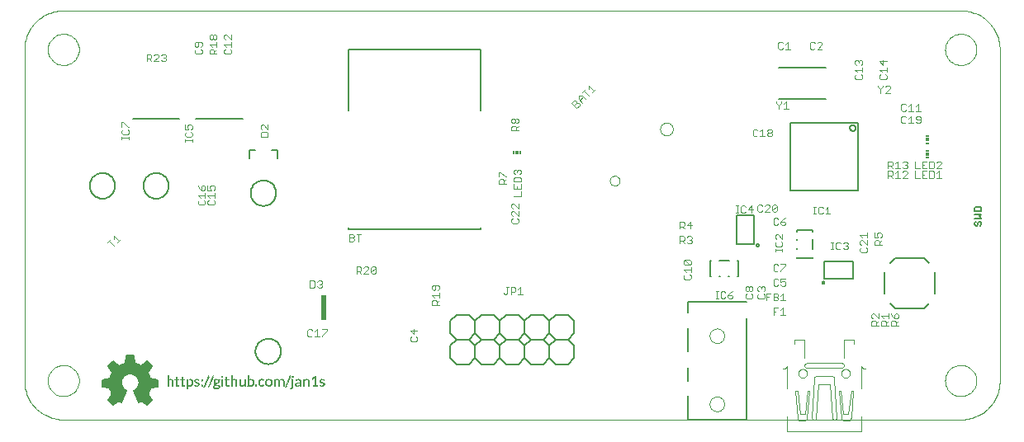
<source format=gto>
G75*
G70*
%OFA0B0*%
%FSLAX24Y24*%
%IPPOS*%
%LPD*%
%AMOC8*
5,1,8,0,0,1.08239X$1,22.5*
%
%ADD10C,0.0000*%
%ADD11C,0.0030*%
%ADD12R,0.0118X0.0059*%
%ADD13R,0.0118X0.0118*%
%ADD14C,0.0060*%
%ADD15R,0.0050X0.0010*%
%ADD16R,0.0040X0.0010*%
%ADD17R,0.0130X0.0010*%
%ADD18R,0.0070X0.0010*%
%ADD19R,0.0180X0.0010*%
%ADD20R,0.0080X0.0010*%
%ADD21R,0.0210X0.0010*%
%ADD22R,0.0090X0.0010*%
%ADD23R,0.0060X0.0010*%
%ADD24R,0.0010X0.0010*%
%ADD25R,0.0030X0.0010*%
%ADD26R,0.0020X0.0010*%
%ADD27R,0.0220X0.0010*%
%ADD28R,0.0100X0.0010*%
%ADD29R,0.0110X0.0010*%
%ADD30R,0.0120X0.0010*%
%ADD31R,0.0140X0.0010*%
%ADD32R,0.0150X0.0010*%
%ADD33R,0.0200X0.0010*%
%ADD34R,0.0170X0.0010*%
%ADD35R,0.0190X0.0010*%
%ADD36R,0.0160X0.0010*%
%ADD37C,0.0040*%
%ADD38C,0.0080*%
%ADD39R,0.0197X0.0984*%
%ADD40C,0.0050*%
%ADD41R,0.0059X0.0118*%
D10*
X001725Y000937D02*
X037945Y000937D01*
X037315Y002512D02*
X037317Y002562D01*
X037323Y002612D01*
X037333Y002661D01*
X037347Y002709D01*
X037364Y002756D01*
X037385Y002801D01*
X037410Y002845D01*
X037438Y002886D01*
X037470Y002925D01*
X037504Y002962D01*
X037541Y002996D01*
X037581Y003026D01*
X037623Y003053D01*
X037667Y003077D01*
X037713Y003098D01*
X037760Y003114D01*
X037808Y003127D01*
X037858Y003136D01*
X037907Y003141D01*
X037958Y003142D01*
X038008Y003139D01*
X038057Y003132D01*
X038106Y003121D01*
X038154Y003106D01*
X038200Y003088D01*
X038245Y003066D01*
X038288Y003040D01*
X038329Y003011D01*
X038368Y002979D01*
X038404Y002944D01*
X038436Y002906D01*
X038466Y002866D01*
X038493Y002823D01*
X038516Y002779D01*
X038535Y002733D01*
X038551Y002685D01*
X038563Y002636D01*
X038571Y002587D01*
X038575Y002537D01*
X038575Y002487D01*
X038571Y002437D01*
X038563Y002388D01*
X038551Y002339D01*
X038535Y002291D01*
X038516Y002245D01*
X038493Y002201D01*
X038466Y002158D01*
X038436Y002118D01*
X038404Y002080D01*
X038368Y002045D01*
X038329Y002013D01*
X038288Y001984D01*
X038245Y001958D01*
X038200Y001936D01*
X038154Y001918D01*
X038106Y001903D01*
X038057Y001892D01*
X038008Y001885D01*
X037958Y001882D01*
X037907Y001883D01*
X037858Y001888D01*
X037808Y001897D01*
X037760Y001910D01*
X037713Y001926D01*
X037667Y001947D01*
X037623Y001971D01*
X037581Y001998D01*
X037541Y002028D01*
X037504Y002062D01*
X037470Y002099D01*
X037438Y002138D01*
X037410Y002179D01*
X037385Y002223D01*
X037364Y002268D01*
X037347Y002315D01*
X037333Y002363D01*
X037323Y002412D01*
X037317Y002462D01*
X037315Y002512D01*
X037945Y000937D02*
X038022Y000939D01*
X038099Y000945D01*
X038176Y000954D01*
X038252Y000967D01*
X038328Y000984D01*
X038402Y001005D01*
X038476Y001029D01*
X038548Y001057D01*
X038618Y001088D01*
X038687Y001123D01*
X038755Y001161D01*
X038820Y001202D01*
X038883Y001247D01*
X038944Y001295D01*
X039003Y001345D01*
X039059Y001398D01*
X039112Y001454D01*
X039162Y001513D01*
X039210Y001574D01*
X039255Y001637D01*
X039296Y001702D01*
X039334Y001770D01*
X039369Y001839D01*
X039400Y001909D01*
X039428Y001981D01*
X039452Y002055D01*
X039473Y002129D01*
X039490Y002205D01*
X039503Y002281D01*
X039512Y002358D01*
X039518Y002435D01*
X039520Y002512D01*
X039520Y015898D01*
X037315Y015898D02*
X037317Y015948D01*
X037323Y015998D01*
X037333Y016047D01*
X037347Y016095D01*
X037364Y016142D01*
X037385Y016187D01*
X037410Y016231D01*
X037438Y016272D01*
X037470Y016311D01*
X037504Y016348D01*
X037541Y016382D01*
X037581Y016412D01*
X037623Y016439D01*
X037667Y016463D01*
X037713Y016484D01*
X037760Y016500D01*
X037808Y016513D01*
X037858Y016522D01*
X037907Y016527D01*
X037958Y016528D01*
X038008Y016525D01*
X038057Y016518D01*
X038106Y016507D01*
X038154Y016492D01*
X038200Y016474D01*
X038245Y016452D01*
X038288Y016426D01*
X038329Y016397D01*
X038368Y016365D01*
X038404Y016330D01*
X038436Y016292D01*
X038466Y016252D01*
X038493Y016209D01*
X038516Y016165D01*
X038535Y016119D01*
X038551Y016071D01*
X038563Y016022D01*
X038571Y015973D01*
X038575Y015923D01*
X038575Y015873D01*
X038571Y015823D01*
X038563Y015774D01*
X038551Y015725D01*
X038535Y015677D01*
X038516Y015631D01*
X038493Y015587D01*
X038466Y015544D01*
X038436Y015504D01*
X038404Y015466D01*
X038368Y015431D01*
X038329Y015399D01*
X038288Y015370D01*
X038245Y015344D01*
X038200Y015322D01*
X038154Y015304D01*
X038106Y015289D01*
X038057Y015278D01*
X038008Y015271D01*
X037958Y015268D01*
X037907Y015269D01*
X037858Y015274D01*
X037808Y015283D01*
X037760Y015296D01*
X037713Y015312D01*
X037667Y015333D01*
X037623Y015357D01*
X037581Y015384D01*
X037541Y015414D01*
X037504Y015448D01*
X037470Y015485D01*
X037438Y015524D01*
X037410Y015565D01*
X037385Y015609D01*
X037364Y015654D01*
X037347Y015701D01*
X037333Y015749D01*
X037323Y015798D01*
X037317Y015848D01*
X037315Y015898D01*
X037945Y017473D02*
X038022Y017471D01*
X038099Y017465D01*
X038176Y017456D01*
X038252Y017443D01*
X038328Y017426D01*
X038402Y017405D01*
X038476Y017381D01*
X038548Y017353D01*
X038618Y017322D01*
X038687Y017287D01*
X038755Y017249D01*
X038820Y017208D01*
X038883Y017163D01*
X038944Y017115D01*
X039003Y017065D01*
X039059Y017012D01*
X039112Y016956D01*
X039162Y016897D01*
X039210Y016836D01*
X039255Y016773D01*
X039296Y016708D01*
X039334Y016640D01*
X039369Y016571D01*
X039400Y016501D01*
X039428Y016429D01*
X039452Y016355D01*
X039473Y016281D01*
X039490Y016205D01*
X039503Y016129D01*
X039512Y016052D01*
X039518Y015975D01*
X039520Y015898D01*
X037945Y017473D02*
X001725Y017473D01*
X001095Y015898D02*
X001097Y015948D01*
X001103Y015998D01*
X001113Y016047D01*
X001127Y016095D01*
X001144Y016142D01*
X001165Y016187D01*
X001190Y016231D01*
X001218Y016272D01*
X001250Y016311D01*
X001284Y016348D01*
X001321Y016382D01*
X001361Y016412D01*
X001403Y016439D01*
X001447Y016463D01*
X001493Y016484D01*
X001540Y016500D01*
X001588Y016513D01*
X001638Y016522D01*
X001687Y016527D01*
X001738Y016528D01*
X001788Y016525D01*
X001837Y016518D01*
X001886Y016507D01*
X001934Y016492D01*
X001980Y016474D01*
X002025Y016452D01*
X002068Y016426D01*
X002109Y016397D01*
X002148Y016365D01*
X002184Y016330D01*
X002216Y016292D01*
X002246Y016252D01*
X002273Y016209D01*
X002296Y016165D01*
X002315Y016119D01*
X002331Y016071D01*
X002343Y016022D01*
X002351Y015973D01*
X002355Y015923D01*
X002355Y015873D01*
X002351Y015823D01*
X002343Y015774D01*
X002331Y015725D01*
X002315Y015677D01*
X002296Y015631D01*
X002273Y015587D01*
X002246Y015544D01*
X002216Y015504D01*
X002184Y015466D01*
X002148Y015431D01*
X002109Y015399D01*
X002068Y015370D01*
X002025Y015344D01*
X001980Y015322D01*
X001934Y015304D01*
X001886Y015289D01*
X001837Y015278D01*
X001788Y015271D01*
X001738Y015268D01*
X001687Y015269D01*
X001638Y015274D01*
X001588Y015283D01*
X001540Y015296D01*
X001493Y015312D01*
X001447Y015333D01*
X001403Y015357D01*
X001361Y015384D01*
X001321Y015414D01*
X001284Y015448D01*
X001250Y015485D01*
X001218Y015524D01*
X001190Y015565D01*
X001165Y015609D01*
X001144Y015654D01*
X001127Y015701D01*
X001113Y015749D01*
X001103Y015798D01*
X001097Y015848D01*
X001095Y015898D01*
X000150Y015898D02*
X000152Y015975D01*
X000158Y016052D01*
X000167Y016129D01*
X000180Y016205D01*
X000197Y016281D01*
X000218Y016355D01*
X000242Y016429D01*
X000270Y016501D01*
X000301Y016571D01*
X000336Y016640D01*
X000374Y016708D01*
X000415Y016773D01*
X000460Y016836D01*
X000508Y016897D01*
X000558Y016956D01*
X000611Y017012D01*
X000667Y017065D01*
X000726Y017115D01*
X000787Y017163D01*
X000850Y017208D01*
X000915Y017249D01*
X000983Y017287D01*
X001052Y017322D01*
X001122Y017353D01*
X001194Y017381D01*
X001268Y017405D01*
X001342Y017426D01*
X001418Y017443D01*
X001494Y017456D01*
X001571Y017465D01*
X001648Y017471D01*
X001725Y017473D01*
X000150Y015898D02*
X000150Y002512D01*
X001095Y002512D02*
X001097Y002562D01*
X001103Y002612D01*
X001113Y002661D01*
X001127Y002709D01*
X001144Y002756D01*
X001165Y002801D01*
X001190Y002845D01*
X001218Y002886D01*
X001250Y002925D01*
X001284Y002962D01*
X001321Y002996D01*
X001361Y003026D01*
X001403Y003053D01*
X001447Y003077D01*
X001493Y003098D01*
X001540Y003114D01*
X001588Y003127D01*
X001638Y003136D01*
X001687Y003141D01*
X001738Y003142D01*
X001788Y003139D01*
X001837Y003132D01*
X001886Y003121D01*
X001934Y003106D01*
X001980Y003088D01*
X002025Y003066D01*
X002068Y003040D01*
X002109Y003011D01*
X002148Y002979D01*
X002184Y002944D01*
X002216Y002906D01*
X002246Y002866D01*
X002273Y002823D01*
X002296Y002779D01*
X002315Y002733D01*
X002331Y002685D01*
X002343Y002636D01*
X002351Y002587D01*
X002355Y002537D01*
X002355Y002487D01*
X002351Y002437D01*
X002343Y002388D01*
X002331Y002339D01*
X002315Y002291D01*
X002296Y002245D01*
X002273Y002201D01*
X002246Y002158D01*
X002216Y002118D01*
X002184Y002080D01*
X002148Y002045D01*
X002109Y002013D01*
X002068Y001984D01*
X002025Y001958D01*
X001980Y001936D01*
X001934Y001918D01*
X001886Y001903D01*
X001837Y001892D01*
X001788Y001885D01*
X001738Y001882D01*
X001687Y001883D01*
X001638Y001888D01*
X001588Y001897D01*
X001540Y001910D01*
X001493Y001926D01*
X001447Y001947D01*
X001403Y001971D01*
X001361Y001998D01*
X001321Y002028D01*
X001284Y002062D01*
X001250Y002099D01*
X001218Y002138D01*
X001190Y002179D01*
X001165Y002223D01*
X001144Y002268D01*
X001127Y002315D01*
X001113Y002363D01*
X001103Y002412D01*
X001097Y002462D01*
X001095Y002512D01*
X000150Y002512D02*
X000152Y002435D01*
X000158Y002358D01*
X000167Y002281D01*
X000180Y002205D01*
X000197Y002129D01*
X000218Y002055D01*
X000242Y001981D01*
X000270Y001909D01*
X000301Y001839D01*
X000336Y001770D01*
X000374Y001702D01*
X000415Y001637D01*
X000460Y001574D01*
X000508Y001513D01*
X000558Y001454D01*
X000611Y001398D01*
X000667Y001345D01*
X000726Y001295D01*
X000787Y001247D01*
X000850Y001202D01*
X000915Y001161D01*
X000983Y001123D01*
X001052Y001088D01*
X001122Y001057D01*
X001194Y001029D01*
X001268Y001005D01*
X001342Y000984D01*
X001418Y000967D01*
X001494Y000954D01*
X001571Y000945D01*
X001648Y000939D01*
X001725Y000937D01*
X023782Y010593D02*
X023784Y010620D01*
X023790Y010647D01*
X023799Y010673D01*
X023812Y010697D01*
X023828Y010720D01*
X023847Y010739D01*
X023869Y010756D01*
X023893Y010770D01*
X023918Y010780D01*
X023945Y010787D01*
X023972Y010790D01*
X024000Y010789D01*
X024027Y010784D01*
X024053Y010776D01*
X024077Y010764D01*
X024100Y010748D01*
X024121Y010730D01*
X024138Y010709D01*
X024153Y010685D01*
X024164Y010660D01*
X024172Y010634D01*
X024176Y010607D01*
X024176Y010579D01*
X024172Y010552D01*
X024164Y010526D01*
X024153Y010501D01*
X024138Y010477D01*
X024121Y010456D01*
X024100Y010438D01*
X024078Y010422D01*
X024053Y010410D01*
X024027Y010402D01*
X024000Y010397D01*
X023972Y010396D01*
X023945Y010399D01*
X023918Y010406D01*
X023893Y010416D01*
X023869Y010430D01*
X023847Y010447D01*
X023828Y010466D01*
X023812Y010489D01*
X023799Y010513D01*
X023790Y010539D01*
X023784Y010566D01*
X023782Y010593D01*
X025811Y012681D02*
X025813Y012712D01*
X025819Y012743D01*
X025828Y012773D01*
X025841Y012802D01*
X025858Y012829D01*
X025878Y012853D01*
X025900Y012875D01*
X025926Y012894D01*
X025953Y012910D01*
X025982Y012922D01*
X026012Y012931D01*
X026043Y012936D01*
X026075Y012937D01*
X026106Y012934D01*
X026137Y012927D01*
X026167Y012917D01*
X026195Y012903D01*
X026221Y012885D01*
X026245Y012865D01*
X026266Y012841D01*
X026285Y012816D01*
X026300Y012788D01*
X026311Y012759D01*
X026319Y012728D01*
X026323Y012697D01*
X026323Y012665D01*
X026319Y012634D01*
X026311Y012603D01*
X026300Y012574D01*
X026285Y012546D01*
X026266Y012521D01*
X026245Y012497D01*
X026221Y012477D01*
X026195Y012459D01*
X026167Y012445D01*
X026137Y012435D01*
X026106Y012428D01*
X026075Y012425D01*
X026043Y012426D01*
X026012Y012431D01*
X025982Y012440D01*
X025953Y012452D01*
X025926Y012468D01*
X025900Y012487D01*
X025878Y012509D01*
X025858Y012533D01*
X025841Y012560D01*
X025828Y012589D01*
X025819Y012619D01*
X025813Y012650D01*
X025811Y012681D01*
X027808Y004323D02*
X027810Y004357D01*
X027816Y004391D01*
X027826Y004424D01*
X027839Y004455D01*
X027857Y004485D01*
X027877Y004513D01*
X027901Y004538D01*
X027927Y004560D01*
X027955Y004578D01*
X027986Y004594D01*
X028018Y004606D01*
X028052Y004614D01*
X028086Y004618D01*
X028120Y004618D01*
X028154Y004614D01*
X028188Y004606D01*
X028220Y004594D01*
X028250Y004578D01*
X028279Y004560D01*
X028305Y004538D01*
X028329Y004513D01*
X028349Y004485D01*
X028367Y004455D01*
X028380Y004424D01*
X028390Y004391D01*
X028396Y004357D01*
X028398Y004323D01*
X028396Y004289D01*
X028390Y004255D01*
X028380Y004222D01*
X028367Y004191D01*
X028349Y004161D01*
X028329Y004133D01*
X028305Y004108D01*
X028279Y004086D01*
X028251Y004068D01*
X028220Y004052D01*
X028188Y004040D01*
X028154Y004032D01*
X028120Y004028D01*
X028086Y004028D01*
X028052Y004032D01*
X028018Y004040D01*
X027986Y004052D01*
X027955Y004068D01*
X027927Y004086D01*
X027901Y004108D01*
X027877Y004133D01*
X027857Y004161D01*
X027839Y004191D01*
X027826Y004222D01*
X027816Y004255D01*
X027810Y004289D01*
X027808Y004323D01*
X031390Y002807D02*
X031392Y002833D01*
X031398Y002859D01*
X031408Y002884D01*
X031421Y002907D01*
X031437Y002927D01*
X031457Y002945D01*
X031479Y002960D01*
X031502Y002972D01*
X031528Y002980D01*
X031554Y002984D01*
X031580Y002984D01*
X031606Y002980D01*
X031632Y002972D01*
X031656Y002960D01*
X031677Y002945D01*
X031697Y002927D01*
X031713Y002907D01*
X031726Y002884D01*
X031736Y002859D01*
X031742Y002833D01*
X031744Y002807D01*
X031742Y002781D01*
X031736Y002755D01*
X031726Y002730D01*
X031713Y002707D01*
X031697Y002687D01*
X031677Y002669D01*
X031655Y002654D01*
X031632Y002642D01*
X031606Y002634D01*
X031580Y002630D01*
X031554Y002630D01*
X031528Y002634D01*
X031502Y002642D01*
X031478Y002654D01*
X031457Y002669D01*
X031437Y002687D01*
X031421Y002707D01*
X031408Y002730D01*
X031398Y002755D01*
X031392Y002781D01*
X031390Y002807D01*
X033123Y002807D02*
X033125Y002833D01*
X033131Y002859D01*
X033141Y002884D01*
X033154Y002907D01*
X033170Y002927D01*
X033190Y002945D01*
X033212Y002960D01*
X033235Y002972D01*
X033261Y002980D01*
X033287Y002984D01*
X033313Y002984D01*
X033339Y002980D01*
X033365Y002972D01*
X033389Y002960D01*
X033410Y002945D01*
X033430Y002927D01*
X033446Y002907D01*
X033459Y002884D01*
X033469Y002859D01*
X033475Y002833D01*
X033477Y002807D01*
X033475Y002781D01*
X033469Y002755D01*
X033459Y002730D01*
X033446Y002707D01*
X033430Y002687D01*
X033410Y002669D01*
X033388Y002654D01*
X033365Y002642D01*
X033339Y002634D01*
X033313Y002630D01*
X033287Y002630D01*
X033261Y002634D01*
X033235Y002642D01*
X033211Y002654D01*
X033190Y002669D01*
X033170Y002687D01*
X033154Y002707D01*
X033141Y002730D01*
X033131Y002755D01*
X033125Y002781D01*
X033123Y002807D01*
X027808Y001567D02*
X027810Y001601D01*
X027816Y001635D01*
X027826Y001668D01*
X027839Y001699D01*
X027857Y001729D01*
X027877Y001757D01*
X027901Y001782D01*
X027927Y001804D01*
X027955Y001822D01*
X027986Y001838D01*
X028018Y001850D01*
X028052Y001858D01*
X028086Y001862D01*
X028120Y001862D01*
X028154Y001858D01*
X028188Y001850D01*
X028220Y001838D01*
X028250Y001822D01*
X028279Y001804D01*
X028305Y001782D01*
X028329Y001757D01*
X028349Y001729D01*
X028367Y001699D01*
X028380Y001668D01*
X028390Y001635D01*
X028396Y001601D01*
X028398Y001567D01*
X028396Y001533D01*
X028390Y001499D01*
X028380Y001466D01*
X028367Y001435D01*
X028349Y001405D01*
X028329Y001377D01*
X028305Y001352D01*
X028279Y001330D01*
X028251Y001312D01*
X028220Y001296D01*
X028188Y001284D01*
X028154Y001276D01*
X028120Y001272D01*
X028086Y001272D01*
X028052Y001276D01*
X028018Y001284D01*
X027986Y001296D01*
X027955Y001312D01*
X027927Y001330D01*
X027901Y001352D01*
X027877Y001377D01*
X027857Y001405D01*
X027839Y001435D01*
X027826Y001466D01*
X027816Y001499D01*
X027810Y001533D01*
X027808Y001567D01*
D11*
X034339Y004738D02*
X034339Y004883D01*
X034387Y004931D01*
X034484Y004931D01*
X034532Y004883D01*
X034532Y004738D01*
X034532Y004835D02*
X034629Y004931D01*
X034629Y005032D02*
X034436Y005226D01*
X034387Y005226D01*
X034339Y005178D01*
X034339Y005081D01*
X034387Y005032D01*
X034629Y005032D02*
X034629Y005226D01*
X034733Y005129D02*
X035023Y005129D01*
X035023Y005032D02*
X035023Y005226D01*
X035126Y005226D02*
X035175Y005129D01*
X035271Y005032D01*
X035271Y005178D01*
X035320Y005226D01*
X035368Y005226D01*
X035416Y005178D01*
X035416Y005081D01*
X035368Y005032D01*
X035271Y005032D01*
X035271Y004931D02*
X035320Y004883D01*
X035320Y004738D01*
X035416Y004738D02*
X035126Y004738D01*
X035126Y004883D01*
X035175Y004931D01*
X035271Y004931D01*
X035320Y004835D02*
X035416Y004931D01*
X035023Y004931D02*
X034926Y004835D01*
X034926Y004883D02*
X034926Y004738D01*
X035023Y004738D02*
X034733Y004738D01*
X034733Y004883D01*
X034781Y004931D01*
X034878Y004931D01*
X034926Y004883D01*
X034829Y005032D02*
X034733Y005129D01*
X034629Y004738D02*
X034339Y004738D01*
X030871Y005160D02*
X030677Y005160D01*
X030774Y005160D02*
X030774Y005450D01*
X030677Y005353D01*
X030576Y005450D02*
X030383Y005450D01*
X030383Y005160D01*
X030383Y005305D02*
X030480Y005305D01*
X030528Y005751D02*
X030383Y005751D01*
X030383Y006041D01*
X030528Y006041D01*
X030576Y005992D01*
X030576Y005944D01*
X030528Y005896D01*
X030383Y005896D01*
X030528Y005896D02*
X030576Y005847D01*
X030576Y005799D01*
X030528Y005751D01*
X030677Y005751D02*
X030871Y005751D01*
X030774Y005751D02*
X030774Y006041D01*
X030677Y005944D01*
X030282Y006041D02*
X030088Y006041D01*
X030088Y005751D01*
X029987Y005830D02*
X030036Y005878D01*
X030036Y005975D01*
X029987Y006023D01*
X029987Y006124D02*
X030036Y006173D01*
X030036Y006269D01*
X029987Y006318D01*
X029939Y006318D01*
X029891Y006269D01*
X029891Y006221D01*
X029891Y006269D02*
X029842Y006318D01*
X029794Y006318D01*
X029745Y006269D01*
X029745Y006173D01*
X029794Y006124D01*
X029794Y006023D02*
X029745Y005975D01*
X029745Y005878D01*
X029794Y005830D01*
X029987Y005830D01*
X030088Y005896D02*
X030185Y005896D01*
X030431Y006341D02*
X030528Y006341D01*
X030576Y006389D01*
X030677Y006389D02*
X030726Y006341D01*
X030823Y006341D01*
X030871Y006389D01*
X030871Y006486D01*
X030823Y006535D01*
X030774Y006535D01*
X030677Y006486D01*
X030677Y006631D01*
X030871Y006631D01*
X030576Y006583D02*
X030528Y006631D01*
X030431Y006631D01*
X030383Y006583D01*
X030383Y006389D01*
X030431Y006341D01*
X029544Y006269D02*
X029544Y006173D01*
X029495Y006124D01*
X029447Y006124D01*
X029398Y006173D01*
X029398Y006269D01*
X029447Y006318D01*
X029495Y006318D01*
X029544Y006269D01*
X029398Y006269D02*
X029350Y006318D01*
X029302Y006318D01*
X029253Y006269D01*
X029253Y006173D01*
X029302Y006124D01*
X029350Y006124D01*
X029398Y006173D01*
X029302Y006023D02*
X029253Y005975D01*
X029253Y005878D01*
X029302Y005830D01*
X029495Y005830D01*
X029544Y005878D01*
X029544Y005975D01*
X029495Y006023D01*
X028741Y005933D02*
X028693Y005981D01*
X028548Y005981D01*
X028548Y005885D01*
X028596Y005836D01*
X028693Y005836D01*
X028741Y005885D01*
X028741Y005933D01*
X028645Y006078D02*
X028548Y005981D01*
X028645Y006078D02*
X028741Y006127D01*
X028447Y006078D02*
X028398Y006127D01*
X028302Y006127D01*
X028253Y006078D01*
X028253Y005885D01*
X028302Y005836D01*
X028398Y005836D01*
X028447Y005885D01*
X028153Y005836D02*
X028057Y005836D01*
X028105Y005836D02*
X028105Y006127D01*
X028057Y006127D02*
X028153Y006127D01*
X027050Y006656D02*
X027050Y006753D01*
X027002Y006801D01*
X027050Y006903D02*
X027050Y007096D01*
X027050Y006999D02*
X026760Y006999D01*
X026857Y006903D01*
X026808Y006801D02*
X026760Y006753D01*
X026760Y006656D01*
X026808Y006608D01*
X027002Y006608D01*
X027050Y006656D01*
X027002Y007197D02*
X026808Y007197D01*
X026760Y007246D01*
X026760Y007342D01*
X026808Y007391D01*
X027002Y007197D01*
X027050Y007246D01*
X027050Y007342D01*
X027002Y007391D01*
X026808Y007391D01*
X026791Y008060D02*
X026694Y008156D01*
X026742Y008156D02*
X026597Y008156D01*
X026597Y008060D02*
X026597Y008350D01*
X026742Y008350D01*
X026791Y008301D01*
X026791Y008205D01*
X026742Y008156D01*
X026892Y008108D02*
X026940Y008060D01*
X027037Y008060D01*
X027085Y008108D01*
X027085Y008156D01*
X027037Y008205D01*
X026989Y008205D01*
X027037Y008205D02*
X027085Y008253D01*
X027085Y008301D01*
X027037Y008350D01*
X026940Y008350D01*
X026892Y008301D01*
X026791Y008650D02*
X026694Y008747D01*
X026742Y008747D02*
X026597Y008747D01*
X026597Y008650D02*
X026597Y008940D01*
X026742Y008940D01*
X026791Y008892D01*
X026791Y008795D01*
X026742Y008747D01*
X026892Y008795D02*
X027085Y008795D01*
X027037Y008650D02*
X027037Y008940D01*
X026892Y008795D01*
X028871Y009300D02*
X028967Y009300D01*
X028919Y009300D02*
X028919Y009590D01*
X028871Y009590D02*
X028967Y009590D01*
X029067Y009542D02*
X029067Y009348D01*
X029116Y009300D01*
X029212Y009300D01*
X029261Y009348D01*
X029362Y009445D02*
X029507Y009590D01*
X029507Y009300D01*
X029555Y009445D02*
X029362Y009445D01*
X029261Y009542D02*
X029212Y009590D01*
X029116Y009590D01*
X029067Y009542D01*
X029748Y009581D02*
X029748Y009387D01*
X029796Y009339D01*
X029893Y009339D01*
X029941Y009387D01*
X030042Y009339D02*
X030236Y009533D01*
X030236Y009581D01*
X030187Y009629D01*
X030091Y009629D01*
X030042Y009581D01*
X029941Y009581D02*
X029893Y009629D01*
X029796Y009629D01*
X029748Y009581D01*
X030042Y009339D02*
X030236Y009339D01*
X030337Y009387D02*
X030385Y009339D01*
X030482Y009339D01*
X030530Y009387D01*
X030530Y009581D01*
X030337Y009387D01*
X030337Y009581D01*
X030385Y009629D01*
X030482Y009629D01*
X030530Y009581D01*
X030528Y009092D02*
X030431Y009092D01*
X030383Y009044D01*
X030383Y008850D01*
X030431Y008802D01*
X030528Y008802D01*
X030576Y008850D01*
X030677Y008850D02*
X030726Y008802D01*
X030823Y008802D01*
X030871Y008850D01*
X030871Y008898D01*
X030823Y008947D01*
X030677Y008947D01*
X030677Y008850D01*
X030677Y008947D02*
X030774Y009044D01*
X030871Y009092D01*
X030576Y009044D02*
X030528Y009092D01*
X030552Y008428D02*
X030503Y008428D01*
X030455Y008380D01*
X030455Y008283D01*
X030503Y008235D01*
X030503Y008134D02*
X030455Y008085D01*
X030455Y007989D01*
X030503Y007940D01*
X030697Y007940D01*
X030745Y007989D01*
X030745Y008085D01*
X030697Y008134D01*
X030745Y008235D02*
X030552Y008428D01*
X030745Y008428D02*
X030745Y008235D01*
X030745Y007840D02*
X030745Y007744D01*
X030745Y007792D02*
X030455Y007792D01*
X030455Y007744D02*
X030455Y007840D01*
X030431Y007222D02*
X030383Y007173D01*
X030383Y006980D01*
X030431Y006932D01*
X030528Y006932D01*
X030576Y006980D01*
X030677Y006980D02*
X030677Y006932D01*
X030677Y006980D02*
X030871Y007173D01*
X030871Y007222D01*
X030677Y007222D01*
X030576Y007173D02*
X030528Y007222D01*
X030431Y007222D01*
X032709Y007823D02*
X032806Y007823D01*
X032758Y007823D02*
X032758Y008114D01*
X032806Y008114D02*
X032709Y008114D01*
X032906Y008065D02*
X032906Y007872D01*
X032954Y007823D01*
X033051Y007823D01*
X033099Y007872D01*
X033200Y007872D02*
X033249Y007823D01*
X033346Y007823D01*
X033394Y007872D01*
X033394Y007920D01*
X033346Y007969D01*
X033297Y007969D01*
X033346Y007969D02*
X033394Y008017D01*
X033394Y008065D01*
X033346Y008114D01*
X033249Y008114D01*
X033200Y008065D01*
X033099Y008065D02*
X033051Y008114D01*
X032954Y008114D01*
X032906Y008065D01*
X033879Y008043D02*
X033928Y007995D01*
X033879Y008043D02*
X033879Y008140D01*
X033928Y008188D01*
X033976Y008188D01*
X034170Y007995D01*
X034170Y008188D01*
X034170Y008290D02*
X034170Y008483D01*
X034170Y008386D02*
X033879Y008386D01*
X033976Y008290D01*
X034470Y008290D02*
X034470Y008483D01*
X034567Y008435D02*
X034615Y008483D01*
X034712Y008483D01*
X034760Y008435D01*
X034760Y008338D01*
X034712Y008290D01*
X034615Y008290D02*
X034567Y008386D01*
X034567Y008435D01*
X034615Y008290D02*
X034470Y008290D01*
X034518Y008188D02*
X034470Y008140D01*
X034470Y007995D01*
X034760Y007995D01*
X034663Y007995D02*
X034663Y008140D01*
X034615Y008188D01*
X034518Y008188D01*
X034663Y008092D02*
X034760Y008188D01*
X034170Y007845D02*
X034121Y007894D01*
X034170Y007845D02*
X034170Y007749D01*
X034121Y007700D01*
X033928Y007700D01*
X033879Y007749D01*
X033879Y007845D01*
X033928Y007894D01*
X032678Y009254D02*
X032485Y009254D01*
X032581Y009254D02*
X032581Y009545D01*
X032485Y009448D01*
X032383Y009496D02*
X032335Y009545D01*
X032238Y009545D01*
X032190Y009496D01*
X032190Y009303D01*
X032238Y009254D01*
X032335Y009254D01*
X032383Y009303D01*
X032090Y009254D02*
X031993Y009254D01*
X032042Y009254D02*
X032042Y009545D01*
X032090Y009545D02*
X031993Y009545D01*
X035008Y010696D02*
X035008Y010987D01*
X035153Y010987D01*
X035201Y010938D01*
X035201Y010842D01*
X035153Y010793D01*
X035008Y010793D01*
X035104Y010793D02*
X035201Y010696D01*
X035302Y010696D02*
X035496Y010696D01*
X035399Y010696D02*
X035399Y010987D01*
X035302Y010890D01*
X035302Y011090D02*
X035496Y011090D01*
X035399Y011090D02*
X035399Y011380D01*
X035302Y011284D01*
X035201Y011332D02*
X035201Y011235D01*
X035153Y011187D01*
X035008Y011187D01*
X035104Y011187D02*
X035201Y011090D01*
X035008Y011090D02*
X035008Y011380D01*
X035153Y011380D01*
X035201Y011332D01*
X035597Y011332D02*
X035645Y011380D01*
X035742Y011380D01*
X035790Y011332D01*
X035790Y011284D01*
X035742Y011235D01*
X035790Y011187D01*
X035790Y011139D01*
X035742Y011090D01*
X035645Y011090D01*
X035597Y011139D01*
X035694Y011235D02*
X035742Y011235D01*
X035742Y010987D02*
X035645Y010987D01*
X035597Y010938D01*
X035742Y010987D02*
X035790Y010938D01*
X035790Y010890D01*
X035597Y010696D01*
X035790Y010696D01*
X036090Y010696D02*
X036284Y010696D01*
X036385Y010696D02*
X036578Y010696D01*
X036680Y010696D02*
X036825Y010696D01*
X036873Y010745D01*
X036873Y010938D01*
X036825Y010987D01*
X036680Y010987D01*
X036680Y010696D01*
X036482Y010842D02*
X036385Y010842D01*
X036385Y010987D02*
X036385Y010696D01*
X036090Y010696D02*
X036090Y010987D01*
X036090Y011090D02*
X036284Y011090D01*
X036385Y011090D02*
X036578Y011090D01*
X036680Y011090D02*
X036825Y011090D01*
X036873Y011139D01*
X036873Y011332D01*
X036825Y011380D01*
X036680Y011380D01*
X036680Y011090D01*
X036578Y010987D02*
X036385Y010987D01*
X036385Y011090D02*
X036385Y011380D01*
X036578Y011380D01*
X036482Y011235D02*
X036385Y011235D01*
X036090Y011380D02*
X036090Y011090D01*
X036974Y011090D02*
X037168Y011284D01*
X037168Y011332D01*
X037119Y011380D01*
X037023Y011380D01*
X036974Y011332D01*
X036974Y011090D02*
X037168Y011090D01*
X037071Y010987D02*
X037071Y010696D01*
X036974Y010696D02*
X037168Y010696D01*
X036974Y010890D02*
X037071Y010987D01*
X036279Y012915D02*
X036328Y012963D01*
X036328Y013157D01*
X036279Y013205D01*
X036183Y013205D01*
X036134Y013157D01*
X036134Y013108D01*
X036183Y013060D01*
X036328Y013060D01*
X036279Y012915D02*
X036183Y012915D01*
X036134Y012963D01*
X036033Y012915D02*
X035840Y012915D01*
X035936Y012915D02*
X035936Y013205D01*
X035840Y013108D01*
X035738Y013157D02*
X035690Y013205D01*
X035593Y013205D01*
X035545Y013157D01*
X035545Y012963D01*
X035593Y012915D01*
X035690Y012915D01*
X035738Y012963D01*
X035690Y013407D02*
X035738Y013455D01*
X035690Y013407D02*
X035593Y013407D01*
X035545Y013455D01*
X035545Y013649D01*
X035593Y013697D01*
X035690Y013697D01*
X035738Y013649D01*
X035840Y013601D02*
X035936Y013697D01*
X035936Y013407D01*
X035840Y013407D02*
X036033Y013407D01*
X036134Y013407D02*
X036328Y013407D01*
X036231Y013407D02*
X036231Y013697D01*
X036134Y013601D01*
X035102Y014141D02*
X034908Y014141D01*
X035102Y014335D01*
X035102Y014383D01*
X035054Y014432D01*
X034957Y014432D01*
X034908Y014383D01*
X034807Y014383D02*
X034807Y014432D01*
X034807Y014383D02*
X034711Y014287D01*
X034711Y014141D01*
X034711Y014287D02*
X034614Y014383D01*
X034614Y014432D01*
X034715Y014689D02*
X034909Y014689D01*
X034957Y014737D01*
X034957Y014834D01*
X034909Y014882D01*
X034957Y014983D02*
X034957Y015177D01*
X034957Y015080D02*
X034667Y015080D01*
X034763Y014983D01*
X034715Y014882D02*
X034667Y014834D01*
X034667Y014737D01*
X034715Y014689D01*
X033973Y014737D02*
X033973Y014834D01*
X033924Y014882D01*
X033973Y014983D02*
X033973Y015177D01*
X033973Y015080D02*
X033682Y015080D01*
X033779Y014983D01*
X033731Y014882D02*
X033682Y014834D01*
X033682Y014737D01*
X033731Y014689D01*
X033924Y014689D01*
X033973Y014737D01*
X033924Y015278D02*
X033973Y015326D01*
X033973Y015423D01*
X033924Y015471D01*
X033876Y015471D01*
X033828Y015423D01*
X033828Y015375D01*
X033828Y015423D02*
X033779Y015471D01*
X033731Y015471D01*
X033682Y015423D01*
X033682Y015326D01*
X033731Y015278D01*
X034667Y015423D02*
X034812Y015278D01*
X034812Y015471D01*
X034957Y015423D02*
X034667Y015423D01*
X032346Y015913D02*
X032153Y015913D01*
X032346Y016107D01*
X032346Y016155D01*
X032298Y016203D01*
X032201Y016203D01*
X032153Y016155D01*
X032051Y016155D02*
X032003Y016203D01*
X031906Y016203D01*
X031858Y016155D01*
X031858Y015961D01*
X031906Y015913D01*
X032003Y015913D01*
X032051Y015961D01*
X031067Y015913D02*
X030873Y015913D01*
X030970Y015913D02*
X030970Y016203D01*
X030873Y016107D01*
X030772Y016155D02*
X030724Y016203D01*
X030627Y016203D01*
X030578Y016155D01*
X030578Y015961D01*
X030627Y015913D01*
X030724Y015913D01*
X030772Y015961D01*
X030690Y013787D02*
X030690Y013738D01*
X030594Y013642D01*
X030594Y013497D01*
X030594Y013642D02*
X030497Y013738D01*
X030497Y013787D01*
X030792Y013690D02*
X030888Y013787D01*
X030888Y013497D01*
X030792Y013497D02*
X030985Y013497D01*
X030285Y012681D02*
X030334Y012632D01*
X030334Y012584D01*
X030285Y012535D01*
X030188Y012535D01*
X030140Y012584D01*
X030140Y012632D01*
X030188Y012681D01*
X030285Y012681D01*
X030285Y012535D02*
X030334Y012487D01*
X030334Y012439D01*
X030285Y012390D01*
X030188Y012390D01*
X030140Y012439D01*
X030140Y012487D01*
X030188Y012535D01*
X030039Y012390D02*
X029845Y012390D01*
X029942Y012390D02*
X029942Y012681D01*
X029845Y012584D01*
X029744Y012632D02*
X029696Y012681D01*
X029599Y012681D01*
X029551Y012632D01*
X029551Y012439D01*
X029599Y012390D01*
X029696Y012390D01*
X029744Y012439D01*
X023210Y014299D02*
X023073Y014162D01*
X023141Y014231D02*
X022936Y014436D01*
X022936Y014299D01*
X022796Y014296D02*
X022659Y014159D01*
X022728Y014228D02*
X022933Y014022D01*
X022793Y013882D02*
X022656Y014019D01*
X022519Y014019D01*
X022519Y013882D01*
X022656Y013746D01*
X022550Y013708D02*
X022550Y013640D01*
X022448Y013537D01*
X022242Y013742D01*
X022345Y013845D01*
X022413Y013845D01*
X022448Y013811D01*
X022448Y013742D01*
X022345Y013640D01*
X022448Y013742D02*
X022516Y013742D01*
X022550Y013708D01*
X022553Y013848D02*
X022690Y013985D01*
X020095Y013061D02*
X020095Y012964D01*
X020046Y012916D01*
X019998Y012916D01*
X019950Y012964D01*
X019950Y013061D01*
X019998Y013109D01*
X020046Y013109D01*
X020095Y013061D01*
X019950Y013061D02*
X019901Y013109D01*
X019853Y013109D01*
X019805Y013061D01*
X019805Y012964D01*
X019853Y012916D01*
X019901Y012916D01*
X019950Y012964D01*
X019950Y012814D02*
X019998Y012766D01*
X019998Y012621D01*
X019998Y012718D02*
X020095Y012814D01*
X019950Y012814D02*
X019853Y012814D01*
X019805Y012766D01*
X019805Y012621D01*
X020095Y012621D01*
X020096Y011042D02*
X020145Y011042D01*
X020193Y010994D01*
X020193Y010897D01*
X020145Y010849D01*
X020145Y010748D02*
X019951Y010748D01*
X019903Y010699D01*
X019903Y010554D01*
X020193Y010554D01*
X020193Y010699D01*
X020145Y010748D01*
X019951Y010849D02*
X019903Y010897D01*
X019903Y010994D01*
X019951Y011042D01*
X020000Y011042D01*
X020048Y010994D01*
X020096Y011042D01*
X020048Y010994D02*
X020048Y010945D01*
X019603Y010750D02*
X019554Y010750D01*
X019361Y010944D01*
X019312Y010944D01*
X019312Y010750D01*
X019361Y010649D02*
X019458Y010649D01*
X019506Y010601D01*
X019506Y010456D01*
X019506Y010552D02*
X019603Y010649D01*
X019603Y010456D02*
X019312Y010456D01*
X019312Y010601D01*
X019361Y010649D01*
X019903Y010453D02*
X019903Y010259D01*
X020193Y010259D01*
X020193Y010453D01*
X020048Y010356D02*
X020048Y010259D01*
X020193Y010158D02*
X020193Y009965D01*
X019903Y009965D01*
X019901Y009664D02*
X019853Y009664D01*
X019805Y009616D01*
X019805Y009519D01*
X019853Y009471D01*
X019853Y009370D02*
X019805Y009321D01*
X019805Y009224D01*
X019853Y009176D01*
X019853Y009075D02*
X019805Y009027D01*
X019805Y008930D01*
X019853Y008881D01*
X020046Y008881D01*
X020095Y008930D01*
X020095Y009027D01*
X020046Y009075D01*
X020095Y009176D02*
X019901Y009370D01*
X019853Y009370D01*
X020095Y009370D02*
X020095Y009176D01*
X020095Y009471D02*
X019901Y009664D01*
X020095Y009664D02*
X020095Y009471D01*
X014335Y007075D02*
X014335Y006882D01*
X014287Y006833D01*
X014190Y006833D01*
X014142Y006882D01*
X014335Y007075D01*
X014287Y007123D01*
X014190Y007123D01*
X014142Y007075D01*
X014142Y006882D01*
X014041Y006833D02*
X013847Y006833D01*
X014041Y007027D01*
X014041Y007075D01*
X013992Y007123D01*
X013896Y007123D01*
X013847Y007075D01*
X013746Y007075D02*
X013746Y006978D01*
X013698Y006930D01*
X013553Y006930D01*
X013649Y006930D02*
X013746Y006833D01*
X013553Y006833D02*
X013553Y007123D01*
X013698Y007123D01*
X013746Y007075D01*
X012169Y006509D02*
X012169Y006461D01*
X012121Y006412D01*
X012169Y006364D01*
X012169Y006316D01*
X012121Y006267D01*
X012024Y006267D01*
X011975Y006316D01*
X011874Y006316D02*
X011874Y006509D01*
X011826Y006558D01*
X011681Y006558D01*
X011681Y006267D01*
X011826Y006267D01*
X011874Y006316D01*
X011975Y006509D02*
X012024Y006558D01*
X012121Y006558D01*
X012169Y006509D01*
X012121Y006412D02*
X012072Y006412D01*
X011974Y004589D02*
X011974Y004299D01*
X012070Y004299D02*
X011877Y004299D01*
X011776Y004347D02*
X011727Y004299D01*
X011631Y004299D01*
X011582Y004347D01*
X011582Y004541D01*
X011631Y004589D01*
X011727Y004589D01*
X011776Y004541D01*
X011877Y004492D02*
X011974Y004589D01*
X012172Y004589D02*
X012365Y004589D01*
X012365Y004541D01*
X012172Y004347D01*
X012172Y004299D01*
X015716Y004248D02*
X015716Y004152D01*
X015764Y004103D01*
X015958Y004103D01*
X016006Y004152D01*
X016006Y004248D01*
X015958Y004297D01*
X015861Y004398D02*
X015716Y004543D01*
X016006Y004543D01*
X015861Y004591D02*
X015861Y004398D01*
X015764Y004297D02*
X015716Y004248D01*
X016602Y005580D02*
X016602Y005725D01*
X016650Y005774D01*
X016747Y005774D01*
X016795Y005725D01*
X016795Y005580D01*
X016795Y005677D02*
X016892Y005774D01*
X016892Y005875D02*
X016892Y006068D01*
X016892Y005972D02*
X016602Y005972D01*
X016699Y005875D01*
X016699Y006170D02*
X016650Y006170D01*
X016602Y006218D01*
X016602Y006315D01*
X016650Y006363D01*
X016844Y006363D01*
X016892Y006315D01*
X016892Y006218D01*
X016844Y006170D01*
X016747Y006218D02*
X016747Y006363D01*
X016747Y006218D02*
X016699Y006170D01*
X016602Y005580D02*
X016892Y005580D01*
X019489Y006051D02*
X019538Y006003D01*
X019586Y006003D01*
X019634Y006051D01*
X019634Y006293D01*
X019586Y006293D02*
X019683Y006293D01*
X019784Y006293D02*
X019929Y006293D01*
X019977Y006245D01*
X019977Y006148D01*
X019929Y006100D01*
X019784Y006100D01*
X019784Y006003D02*
X019784Y006293D01*
X020079Y006197D02*
X020175Y006293D01*
X020175Y006003D01*
X020079Y006003D02*
X020272Y006003D01*
X013647Y008137D02*
X013647Y008428D01*
X013550Y008428D02*
X013744Y008428D01*
X013449Y008379D02*
X013449Y008331D01*
X013401Y008283D01*
X013256Y008283D01*
X013401Y008283D02*
X013449Y008234D01*
X013449Y008186D01*
X013401Y008137D01*
X013256Y008137D01*
X013256Y008428D01*
X013401Y008428D01*
X013449Y008379D01*
X007837Y009664D02*
X007837Y009761D01*
X007789Y009809D01*
X007837Y009910D02*
X007837Y010104D01*
X007837Y010007D02*
X007547Y010007D01*
X007643Y009910D01*
X007595Y009809D02*
X007547Y009761D01*
X007547Y009664D01*
X007595Y009616D01*
X007789Y009616D01*
X007837Y009664D01*
X007443Y009664D02*
X007443Y009761D01*
X007395Y009809D01*
X007443Y009910D02*
X007443Y010104D01*
X007443Y010007D02*
X007153Y010007D01*
X007250Y009910D01*
X007201Y009809D02*
X007153Y009761D01*
X007153Y009664D01*
X007201Y009616D01*
X007395Y009616D01*
X007443Y009664D01*
X007395Y010205D02*
X007443Y010253D01*
X007443Y010350D01*
X007395Y010398D01*
X007346Y010398D01*
X007298Y010350D01*
X007298Y010205D01*
X007395Y010205D01*
X007298Y010205D02*
X007201Y010302D01*
X007153Y010398D01*
X007547Y010398D02*
X007547Y010205D01*
X007692Y010205D01*
X007643Y010302D01*
X007643Y010350D01*
X007692Y010398D01*
X007789Y010398D01*
X007837Y010350D01*
X007837Y010253D01*
X007789Y010205D01*
X003970Y008165D02*
X003765Y008370D01*
X003765Y008233D01*
X003625Y008230D02*
X003488Y008093D01*
X003556Y008162D02*
X003762Y007956D01*
X003902Y008096D02*
X004038Y008233D01*
X004077Y012271D02*
X004077Y012368D01*
X004077Y012320D02*
X004367Y012320D01*
X004367Y012368D02*
X004367Y012271D01*
X004319Y012468D02*
X004367Y012516D01*
X004367Y012613D01*
X004319Y012661D01*
X004319Y012762D02*
X004367Y012762D01*
X004319Y012762D02*
X004125Y012956D01*
X004077Y012956D01*
X004077Y012762D01*
X004125Y012661D02*
X004077Y012613D01*
X004077Y012516D01*
X004125Y012468D01*
X004319Y012468D01*
X006636Y012514D02*
X006636Y012418D01*
X006684Y012369D01*
X006878Y012369D01*
X006926Y012418D01*
X006926Y012514D01*
X006878Y012563D01*
X006878Y012664D02*
X006926Y012712D01*
X006926Y012809D01*
X006878Y012857D01*
X006781Y012857D01*
X006733Y012809D01*
X006733Y012761D01*
X006781Y012664D01*
X006636Y012664D01*
X006636Y012857D01*
X006684Y012563D02*
X006636Y012514D01*
X006636Y012270D02*
X006636Y012173D01*
X006636Y012221D02*
X006926Y012221D01*
X006926Y012173D02*
X006926Y012270D01*
X009687Y012370D02*
X009687Y012515D01*
X009736Y012563D01*
X009929Y012563D01*
X009978Y012515D01*
X009978Y012370D01*
X009687Y012370D01*
X009736Y012664D02*
X009687Y012713D01*
X009687Y012809D01*
X009736Y012858D01*
X009784Y012858D01*
X009978Y012664D01*
X009978Y012858D01*
X005869Y015469D02*
X005821Y015421D01*
X005724Y015421D01*
X005676Y015469D01*
X005574Y015421D02*
X005381Y015421D01*
X005574Y015614D01*
X005574Y015663D01*
X005526Y015711D01*
X005429Y015711D01*
X005381Y015663D01*
X005280Y015663D02*
X005280Y015566D01*
X005231Y015518D01*
X005086Y015518D01*
X005183Y015518D02*
X005280Y015421D01*
X005086Y015421D02*
X005086Y015711D01*
X005231Y015711D01*
X005280Y015663D01*
X005676Y015663D02*
X005724Y015711D01*
X005821Y015711D01*
X005869Y015663D01*
X005869Y015614D01*
X005821Y015566D01*
X005869Y015518D01*
X005869Y015469D01*
X005821Y015566D02*
X005772Y015566D01*
X007030Y015765D02*
X007078Y015716D01*
X007272Y015716D01*
X007320Y015765D01*
X007320Y015861D01*
X007272Y015910D01*
X007272Y016011D02*
X007320Y016059D01*
X007320Y016156D01*
X007272Y016204D01*
X007078Y016204D01*
X007030Y016156D01*
X007030Y016059D01*
X007078Y016011D01*
X007127Y016011D01*
X007175Y016059D01*
X007175Y016204D01*
X007078Y015910D02*
X007030Y015861D01*
X007030Y015765D01*
X007620Y015716D02*
X007620Y015861D01*
X007669Y015910D01*
X007765Y015910D01*
X007814Y015861D01*
X007814Y015716D01*
X007911Y015716D02*
X007620Y015716D01*
X007814Y015813D02*
X007911Y015910D01*
X007911Y016011D02*
X007911Y016204D01*
X007911Y016108D02*
X007620Y016108D01*
X007717Y016011D01*
X008211Y016108D02*
X008501Y016108D01*
X008501Y016204D02*
X008501Y016011D01*
X008453Y015910D02*
X008501Y015861D01*
X008501Y015765D01*
X008453Y015716D01*
X008259Y015716D01*
X008211Y015765D01*
X008211Y015861D01*
X008259Y015910D01*
X008308Y016011D02*
X008211Y016108D01*
X008259Y016305D02*
X008211Y016354D01*
X008211Y016451D01*
X008259Y016499D01*
X008308Y016499D01*
X008501Y016305D01*
X008501Y016499D01*
X007911Y016451D02*
X007911Y016354D01*
X007862Y016305D01*
X007814Y016305D01*
X007765Y016354D01*
X007765Y016451D01*
X007814Y016499D01*
X007862Y016499D01*
X007911Y016451D01*
X007765Y016451D02*
X007717Y016499D01*
X007669Y016499D01*
X007620Y016451D01*
X007620Y016354D01*
X007669Y016305D01*
X007717Y016305D01*
X007765Y016354D01*
D12*
X036607Y012404D03*
X036607Y012109D03*
X036607Y011813D03*
X036607Y011518D03*
D13*
X036607Y011666D03*
X036607Y012256D03*
X020032Y011725D03*
D14*
X028909Y009205D02*
X028909Y008024D01*
X029596Y008024D01*
X029596Y009205D01*
X028909Y009205D01*
X031327Y008584D02*
X031327Y008547D01*
X031327Y008584D02*
X031965Y008584D01*
X031965Y008547D01*
X031965Y008230D02*
X031965Y007818D01*
X031965Y007501D02*
X031965Y007464D01*
X031327Y007464D01*
X031327Y007501D01*
X031327Y007818D02*
X031327Y007856D01*
X031327Y008192D02*
X031327Y008230D01*
X029708Y007990D02*
X029710Y008003D01*
X029715Y008015D01*
X029724Y008025D01*
X029735Y008032D01*
X029747Y008036D01*
X029761Y008036D01*
X029773Y008032D01*
X029784Y008025D01*
X029793Y008015D01*
X029798Y008003D01*
X029800Y007990D01*
X029798Y007977D01*
X029793Y007965D01*
X029784Y007955D01*
X029773Y007948D01*
X029761Y007944D01*
X029747Y007944D01*
X029735Y007948D01*
X029724Y007955D01*
X029715Y007965D01*
X029710Y007977D01*
X029708Y007990D01*
X028958Y007359D02*
X028921Y007359D01*
X028958Y007359D02*
X028958Y006721D01*
X028921Y006721D01*
X028604Y006721D02*
X028566Y006721D01*
X028230Y006721D02*
X028192Y006721D01*
X027875Y006721D02*
X027838Y006721D01*
X027838Y007359D01*
X027875Y007359D01*
X028192Y007359D02*
X028604Y007359D01*
X032433Y007317D02*
X032433Y006629D01*
X033615Y006629D01*
X033615Y007317D01*
X032433Y007317D01*
X032353Y006471D02*
X032355Y006484D01*
X032360Y006496D01*
X032369Y006506D01*
X032380Y006513D01*
X032392Y006517D01*
X032406Y006517D01*
X032418Y006513D01*
X032429Y006506D01*
X032438Y006496D01*
X032443Y006484D01*
X032445Y006471D01*
X032443Y006458D01*
X032438Y006446D01*
X032429Y006436D01*
X032418Y006429D01*
X032406Y006425D01*
X032392Y006425D01*
X032380Y006429D01*
X032369Y006436D01*
X032360Y006446D01*
X032355Y006458D01*
X032353Y006471D01*
X038510Y008815D02*
X038553Y008772D01*
X038597Y008772D01*
X038640Y008815D01*
X038640Y008902D01*
X038683Y008946D01*
X038727Y008946D01*
X038770Y008902D01*
X038770Y008815D01*
X038727Y008772D01*
X038510Y008815D02*
X038510Y008902D01*
X038553Y008946D01*
X038510Y009067D02*
X038770Y009067D01*
X038683Y009153D01*
X038770Y009240D01*
X038510Y009240D01*
X038510Y009361D02*
X038510Y009491D01*
X038553Y009535D01*
X038727Y009535D01*
X038770Y009491D01*
X038770Y009361D01*
X038510Y009361D01*
X022339Y004928D02*
X022339Y004428D01*
X022089Y004178D01*
X022339Y003928D01*
X022339Y003428D01*
X022089Y003178D01*
X021589Y003178D01*
X021339Y003428D01*
X021089Y003178D01*
X020589Y003178D01*
X020339Y003428D01*
X020089Y003178D01*
X019589Y003178D01*
X019339Y003428D01*
X019089Y003178D01*
X018589Y003178D01*
X018339Y003428D01*
X018089Y003178D01*
X017589Y003178D01*
X017339Y003428D01*
X017339Y003928D01*
X017589Y004178D01*
X018089Y004178D01*
X018339Y003928D01*
X018589Y004178D01*
X018339Y004428D01*
X018089Y004178D01*
X018339Y003928D02*
X018339Y003428D01*
X019339Y003428D02*
X019339Y003928D01*
X019589Y004178D01*
X020089Y004178D01*
X020339Y003928D01*
X020589Y004178D01*
X020339Y004428D01*
X020089Y004178D01*
X020339Y003928D02*
X020339Y003428D01*
X021339Y003428D02*
X021339Y003928D01*
X021589Y004178D01*
X021339Y004428D01*
X021089Y004178D01*
X021339Y003928D01*
X021589Y004178D02*
X022089Y004178D01*
X021339Y004428D02*
X021339Y004928D01*
X021589Y005178D01*
X022089Y005178D01*
X022339Y004928D01*
X021339Y004928D02*
X021089Y005178D01*
X020589Y005178D01*
X020339Y004928D01*
X020089Y005178D01*
X019589Y005178D01*
X019339Y004928D01*
X019089Y005178D01*
X018589Y005178D01*
X018339Y004928D01*
X018339Y004428D01*
X018589Y004178D02*
X019089Y004178D01*
X019339Y003928D01*
X019589Y004178D02*
X019339Y004428D01*
X019089Y004178D01*
X019339Y004428D02*
X019339Y004928D01*
X018339Y004928D02*
X018089Y005178D01*
X017589Y005178D01*
X017339Y004928D01*
X017339Y004428D01*
X017589Y004178D01*
X020339Y004428D02*
X020339Y004928D01*
X020589Y004178D02*
X021089Y004178D01*
X005530Y002538D02*
X005530Y002278D01*
X005230Y002228D01*
X005184Y002224D02*
X004746Y002224D01*
X004800Y002278D02*
X004600Y002078D01*
X004800Y001678D01*
X004900Y001728D01*
X005100Y001578D01*
X005250Y001728D01*
X005100Y001928D01*
X005200Y002278D01*
X005500Y002278D01*
X005500Y002528D01*
X005200Y002578D01*
X005100Y002828D01*
X005250Y003128D01*
X005100Y003228D01*
X004850Y003078D01*
X004550Y003178D01*
X004550Y003478D01*
X004300Y003478D01*
X004250Y003228D01*
X004300Y003228D01*
X004000Y003078D01*
X003700Y003228D01*
X003550Y003078D01*
X003750Y002878D01*
X003650Y002578D01*
X003350Y002528D01*
X003350Y002278D01*
X003350Y002328D01*
X003650Y002228D01*
X003750Y001978D01*
X003600Y001728D01*
X003750Y001578D01*
X003950Y001728D01*
X004050Y001678D01*
X004200Y002078D01*
X004100Y002178D01*
X004000Y002478D01*
X004150Y002728D01*
X004100Y002728D01*
X004400Y002828D01*
X004650Y002778D01*
X004800Y002528D01*
X004800Y002278D01*
X004800Y002283D02*
X005500Y002283D01*
X005500Y002341D02*
X004800Y002341D01*
X004800Y002400D02*
X005500Y002400D01*
X005500Y002458D02*
X004800Y002458D01*
X004800Y002517D02*
X005500Y002517D01*
X005530Y002538D02*
X005230Y002598D01*
X005215Y002575D02*
X004771Y002575D01*
X004736Y002634D02*
X005177Y002634D01*
X005154Y002692D02*
X004701Y002692D01*
X004666Y002751D02*
X005130Y002751D01*
X005107Y002809D02*
X004492Y002809D01*
X004344Y002809D02*
X003727Y002809D01*
X003710Y002848D02*
X003530Y003108D01*
X003720Y003288D01*
X003980Y003108D01*
X003952Y003102D02*
X003574Y003102D01*
X003584Y003043D02*
X005207Y003043D01*
X005178Y002985D02*
X003643Y002985D01*
X003701Y002926D02*
X005149Y002926D01*
X005120Y002868D02*
X003746Y002868D01*
X003707Y002751D02*
X004168Y002751D01*
X004128Y002692D02*
X003688Y002692D01*
X003668Y002634D02*
X004093Y002634D01*
X004058Y002575D02*
X003634Y002575D01*
X003600Y002598D02*
X003300Y002538D01*
X003300Y002278D01*
X003600Y002228D01*
X003651Y002224D02*
X004084Y002224D01*
X004065Y002283D02*
X003485Y002283D01*
X003350Y002341D02*
X004045Y002341D01*
X004026Y002400D02*
X003350Y002400D01*
X003350Y002458D02*
X004006Y002458D01*
X004023Y002517D02*
X003350Y002517D01*
X003674Y002166D02*
X004112Y002166D01*
X004170Y002107D02*
X003698Y002107D01*
X003721Y002049D02*
X004189Y002049D01*
X004167Y001990D02*
X003745Y001990D01*
X003700Y001958D02*
X003540Y001718D01*
X003720Y001528D01*
X003960Y001698D01*
X004060Y001638D01*
X004260Y002088D01*
X004145Y001932D02*
X003722Y001932D01*
X003687Y001873D02*
X004123Y001873D01*
X004101Y001815D02*
X003652Y001815D01*
X003617Y001756D02*
X004079Y001756D01*
X004057Y001698D02*
X004010Y001698D01*
X003910Y001698D02*
X003630Y001698D01*
X003688Y001639D02*
X003832Y001639D01*
X003754Y001581D02*
X003747Y001581D01*
X004673Y001932D02*
X005101Y001932D01*
X005130Y001958D02*
X005300Y001718D01*
X005110Y001528D01*
X004870Y001698D01*
X004770Y001638D01*
X004580Y002088D01*
X004614Y002049D02*
X005134Y002049D01*
X005151Y002107D02*
X004629Y002107D01*
X004688Y002166D02*
X005168Y002166D01*
X005117Y001990D02*
X004643Y001990D01*
X004702Y001873D02*
X005141Y001873D01*
X005184Y001815D02*
X004731Y001815D01*
X004760Y001756D02*
X005228Y001756D01*
X005220Y001698D02*
X004940Y001698D01*
X005018Y001639D02*
X005161Y001639D01*
X005103Y001581D02*
X005096Y001581D01*
X004840Y001698D02*
X004790Y001698D01*
X005130Y001958D02*
X005153Y001999D01*
X005174Y002042D01*
X005192Y002087D01*
X005207Y002132D01*
X005220Y002178D01*
X005230Y002225D01*
X005228Y002598D02*
X005213Y002650D01*
X005194Y002701D01*
X005172Y002751D01*
X005147Y002799D01*
X005118Y002846D01*
X005120Y002848D02*
X005300Y003108D01*
X005110Y003288D01*
X004850Y003108D01*
X004890Y003102D02*
X005237Y003102D01*
X005201Y003160D02*
X004987Y003160D01*
X005085Y003219D02*
X005113Y003219D01*
X004778Y003102D02*
X004048Y003102D01*
X004165Y003160D02*
X004602Y003160D01*
X004600Y003208D02*
X004550Y003528D01*
X004280Y003528D01*
X004230Y003208D01*
X004282Y003219D02*
X004550Y003219D01*
X004550Y003277D02*
X004259Y003277D01*
X004271Y003336D02*
X004550Y003336D01*
X004550Y003394D02*
X004283Y003394D01*
X004295Y003453D02*
X004550Y003453D01*
X003835Y003160D02*
X003632Y003160D01*
X003691Y003219D02*
X003718Y003219D01*
X004260Y002098D02*
X004227Y002116D01*
X004197Y002137D01*
X004168Y002161D01*
X004142Y002188D01*
X004120Y002217D01*
X004100Y002249D01*
X004083Y002282D01*
X004070Y002317D01*
X004061Y002353D01*
X004055Y002390D01*
X004053Y002427D01*
X004055Y002464D01*
X004060Y002501D01*
X004070Y002537D01*
X004082Y002572D01*
X004099Y002606D01*
X004118Y002637D01*
X004141Y002667D01*
X004167Y002694D01*
X004195Y002718D01*
X004226Y002739D01*
X004258Y002757D01*
X004292Y002772D01*
X004328Y002783D01*
X004364Y002791D01*
X004401Y002795D01*
X004439Y002795D01*
X004476Y002791D01*
X004512Y002783D01*
X004548Y002772D01*
X004582Y002757D01*
X004614Y002739D01*
X004645Y002718D01*
X004673Y002694D01*
X004699Y002667D01*
X004722Y002637D01*
X004741Y002606D01*
X004758Y002572D01*
X004770Y002537D01*
X004780Y002501D01*
X004785Y002464D01*
X004787Y002427D01*
X004785Y002390D01*
X004779Y002353D01*
X004770Y002317D01*
X004757Y002282D01*
X004740Y002249D01*
X004720Y002217D01*
X004698Y002188D01*
X004672Y002161D01*
X004643Y002137D01*
X004613Y002116D01*
X004580Y002098D01*
X003703Y001961D02*
X003675Y002011D01*
X003651Y002063D01*
X003630Y002116D01*
X003613Y002171D01*
X003600Y002227D01*
X003983Y003111D02*
X004028Y003136D01*
X004075Y003159D01*
X004123Y003178D01*
X004172Y003195D01*
X004222Y003208D01*
X003710Y002843D02*
X003683Y002796D01*
X003659Y002749D01*
X003638Y002700D01*
X003620Y002649D01*
X003606Y002598D01*
X004605Y003210D02*
X004657Y003196D01*
X004708Y003179D01*
X004758Y003159D01*
X004807Y003136D01*
X004854Y003109D01*
X009236Y011507D02*
X009236Y011827D01*
X009456Y011827D01*
X010136Y011827D02*
X010356Y011827D01*
X010356Y011507D01*
D15*
X010979Y002667D03*
X010979Y002627D03*
X010979Y002547D03*
X010979Y002537D03*
X010979Y002527D03*
X010979Y002517D03*
X010979Y002507D03*
X010979Y002497D03*
X010979Y002487D03*
X010979Y002477D03*
X010979Y002467D03*
X010979Y002457D03*
X010979Y002447D03*
X010979Y002437D03*
X010979Y002427D03*
X010979Y002417D03*
X010979Y002407D03*
X010979Y002397D03*
X010979Y002387D03*
X010979Y002377D03*
X010979Y002367D03*
X010979Y002357D03*
X010979Y002347D03*
X010979Y002337D03*
X010979Y002327D03*
X010979Y002317D03*
X010979Y002307D03*
X010979Y002297D03*
X010979Y002287D03*
X010979Y002277D03*
X010979Y002267D03*
X010979Y002257D03*
X010979Y002247D03*
X010979Y002237D03*
X010979Y002227D03*
X010979Y002217D03*
X010969Y002197D03*
X011119Y002297D03*
X011109Y002317D03*
X011109Y002327D03*
X011109Y002337D03*
X011139Y002377D03*
X011229Y002287D03*
X011299Y002327D03*
X011299Y002337D03*
X011299Y002347D03*
X011299Y002357D03*
X011299Y002367D03*
X011299Y002377D03*
X011299Y002387D03*
X011299Y002427D03*
X011299Y002437D03*
X011299Y002447D03*
X011299Y002457D03*
X011289Y002497D03*
X011279Y002507D03*
X011129Y002507D03*
X011439Y002487D03*
X011439Y002477D03*
X011439Y002467D03*
X011439Y002457D03*
X011439Y002447D03*
X011439Y002437D03*
X011439Y002427D03*
X011439Y002417D03*
X011439Y002407D03*
X011439Y002397D03*
X011439Y002387D03*
X011439Y002377D03*
X011439Y002367D03*
X011439Y002357D03*
X011439Y002347D03*
X011439Y002337D03*
X011439Y002327D03*
X011439Y002317D03*
X011439Y002307D03*
X011439Y002297D03*
X011439Y002287D03*
X011439Y002277D03*
X011439Y002267D03*
X011439Y002257D03*
X011629Y002257D03*
X011629Y002267D03*
X011629Y002277D03*
X011629Y002287D03*
X011629Y002297D03*
X011629Y002307D03*
X011629Y002317D03*
X011629Y002327D03*
X011629Y002337D03*
X011629Y002347D03*
X011629Y002357D03*
X011629Y002367D03*
X011629Y002377D03*
X011629Y002387D03*
X011629Y002397D03*
X011629Y002407D03*
X011629Y002417D03*
X011629Y002427D03*
X011629Y002437D03*
X011629Y002447D03*
X011629Y002457D03*
X011629Y002467D03*
X011629Y002477D03*
X011619Y002497D03*
X011619Y002507D03*
X011789Y002567D03*
X011799Y002577D03*
X011809Y002587D03*
X011899Y002587D03*
X011899Y002597D03*
X011899Y002607D03*
X011899Y002577D03*
X011899Y002567D03*
X011899Y002557D03*
X011899Y002547D03*
X011899Y002537D03*
X011899Y002527D03*
X011899Y002517D03*
X011899Y002507D03*
X011899Y002497D03*
X011899Y002487D03*
X011899Y002477D03*
X011899Y002467D03*
X011899Y002457D03*
X011899Y002447D03*
X011899Y002437D03*
X011899Y002427D03*
X011899Y002417D03*
X011899Y002407D03*
X011899Y002397D03*
X011899Y002387D03*
X011899Y002377D03*
X011899Y002367D03*
X011899Y002357D03*
X011899Y002347D03*
X011899Y002337D03*
X011899Y002327D03*
X011899Y002317D03*
X011899Y002307D03*
X011899Y002297D03*
X012109Y002447D03*
X012099Y002467D03*
X012099Y002477D03*
X012119Y002517D03*
X012239Y002367D03*
X012249Y002357D03*
X012249Y002347D03*
X012239Y002307D03*
X012229Y002297D03*
X011899Y002667D03*
X010619Y002477D03*
X010619Y002467D03*
X010619Y002457D03*
X010619Y002447D03*
X010619Y002437D03*
X010619Y002427D03*
X010619Y002417D03*
X010619Y002407D03*
X010619Y002397D03*
X010619Y002387D03*
X010619Y002377D03*
X010619Y002367D03*
X010619Y002357D03*
X010619Y002347D03*
X010619Y002337D03*
X010619Y002327D03*
X010619Y002317D03*
X010619Y002307D03*
X010619Y002297D03*
X010619Y002287D03*
X010619Y002277D03*
X010619Y002267D03*
X010619Y002257D03*
X010439Y002257D03*
X010439Y002267D03*
X010439Y002277D03*
X010439Y002287D03*
X010439Y002297D03*
X010439Y002307D03*
X010439Y002317D03*
X010439Y002327D03*
X010439Y002337D03*
X010439Y002347D03*
X010439Y002357D03*
X010439Y002367D03*
X010439Y002377D03*
X010439Y002387D03*
X010439Y002397D03*
X010439Y002407D03*
X010439Y002417D03*
X010439Y002427D03*
X010439Y002437D03*
X010439Y002447D03*
X010439Y002457D03*
X010439Y002467D03*
X010439Y002477D03*
X010269Y002477D03*
X010269Y002487D03*
X010269Y002467D03*
X010269Y002457D03*
X010269Y002447D03*
X010269Y002437D03*
X010269Y002427D03*
X010269Y002417D03*
X010269Y002407D03*
X010269Y002397D03*
X010269Y002387D03*
X010269Y002377D03*
X010269Y002367D03*
X010269Y002357D03*
X010269Y002347D03*
X010269Y002337D03*
X010269Y002327D03*
X010269Y002317D03*
X010269Y002307D03*
X010269Y002297D03*
X010269Y002287D03*
X010269Y002277D03*
X010269Y002267D03*
X010269Y002257D03*
X010119Y002327D03*
X010109Y002317D03*
X010099Y002307D03*
X010129Y002347D03*
X010129Y002357D03*
X010139Y002397D03*
X010139Y002407D03*
X010139Y002417D03*
X010129Y002457D03*
X010129Y002467D03*
X010119Y002487D03*
X010109Y002497D03*
X010099Y002507D03*
X009939Y002507D03*
X009929Y002497D03*
X009919Y002487D03*
X009909Y002467D03*
X009909Y002457D03*
X009899Y002417D03*
X009899Y002407D03*
X009899Y002397D03*
X009909Y002357D03*
X009909Y002347D03*
X009919Y002327D03*
X009929Y002317D03*
X009939Y002307D03*
X009799Y002297D03*
X009639Y002327D03*
X009629Y002347D03*
X009619Y002397D03*
X009619Y002407D03*
X009619Y002417D03*
X009629Y002467D03*
X009639Y002487D03*
X009649Y002497D03*
X009799Y002517D03*
X009509Y002307D03*
X009509Y002267D03*
X009389Y002337D03*
X009379Y002317D03*
X009369Y002307D03*
X009399Y002367D03*
X009399Y002377D03*
X009399Y002387D03*
X009399Y002397D03*
X009399Y002407D03*
X009399Y002417D03*
X009399Y002427D03*
X009399Y002437D03*
X009399Y002447D03*
X009399Y002457D03*
X009389Y002477D03*
X009389Y002487D03*
X009379Y002497D03*
X009189Y002487D03*
X009189Y002477D03*
X009189Y002467D03*
X009189Y002457D03*
X009189Y002447D03*
X009189Y002437D03*
X009189Y002427D03*
X009189Y002417D03*
X009189Y002407D03*
X009189Y002397D03*
X009189Y002387D03*
X009189Y002377D03*
X009189Y002367D03*
X009189Y002357D03*
X009189Y002347D03*
X009189Y002337D03*
X009189Y002327D03*
X009189Y002317D03*
X009049Y002327D03*
X009049Y002337D03*
X009049Y002347D03*
X009049Y002357D03*
X009049Y002367D03*
X009049Y002377D03*
X009049Y002387D03*
X009049Y002397D03*
X009049Y002407D03*
X009049Y002417D03*
X009049Y002427D03*
X009049Y002437D03*
X009049Y002447D03*
X009049Y002457D03*
X009049Y002467D03*
X009049Y002477D03*
X009049Y002487D03*
X009049Y002497D03*
X009049Y002507D03*
X009049Y002517D03*
X009049Y002527D03*
X009049Y002537D03*
X009049Y002547D03*
X009189Y002547D03*
X009189Y002557D03*
X009189Y002567D03*
X009189Y002577D03*
X009189Y002587D03*
X009189Y002597D03*
X009189Y002607D03*
X009189Y002617D03*
X009189Y002627D03*
X009189Y002637D03*
X009189Y002647D03*
X009189Y002657D03*
X009189Y002667D03*
X009189Y002677D03*
X009189Y002687D03*
X009189Y002537D03*
X009189Y002527D03*
X009189Y002517D03*
X008849Y002517D03*
X008849Y002527D03*
X008849Y002537D03*
X008849Y002547D03*
X008849Y002507D03*
X008849Y002497D03*
X008849Y002487D03*
X008849Y002477D03*
X008849Y002467D03*
X008849Y002457D03*
X008849Y002447D03*
X008849Y002437D03*
X008849Y002427D03*
X008849Y002417D03*
X008849Y002407D03*
X008849Y002397D03*
X008849Y002387D03*
X008849Y002377D03*
X008849Y002367D03*
X008849Y002357D03*
X008849Y002347D03*
X008849Y002337D03*
X008859Y002317D03*
X008859Y002307D03*
X008709Y002307D03*
X008709Y002317D03*
X008709Y002327D03*
X008709Y002337D03*
X008709Y002347D03*
X008709Y002357D03*
X008709Y002367D03*
X008709Y002377D03*
X008709Y002387D03*
X008709Y002397D03*
X008709Y002407D03*
X008709Y002417D03*
X008709Y002427D03*
X008709Y002437D03*
X008709Y002447D03*
X008709Y002457D03*
X008709Y002467D03*
X008709Y002477D03*
X008699Y002497D03*
X008699Y002507D03*
X008519Y002517D03*
X008519Y002527D03*
X008519Y002537D03*
X008519Y002547D03*
X008519Y002557D03*
X008519Y002567D03*
X008519Y002577D03*
X008519Y002587D03*
X008519Y002597D03*
X008519Y002607D03*
X008519Y002617D03*
X008519Y002627D03*
X008519Y002637D03*
X008519Y002647D03*
X008519Y002657D03*
X008519Y002667D03*
X008519Y002677D03*
X008519Y002687D03*
X008519Y002487D03*
X008519Y002477D03*
X008519Y002467D03*
X008519Y002457D03*
X008519Y002447D03*
X008519Y002437D03*
X008519Y002427D03*
X008519Y002417D03*
X008519Y002407D03*
X008519Y002397D03*
X008519Y002387D03*
X008519Y002377D03*
X008519Y002367D03*
X008519Y002357D03*
X008519Y002347D03*
X008519Y002337D03*
X008519Y002327D03*
X008519Y002317D03*
X008519Y002307D03*
X008519Y002297D03*
X008519Y002287D03*
X008519Y002277D03*
X008519Y002267D03*
X008519Y002257D03*
X008709Y002257D03*
X008709Y002267D03*
X008709Y002277D03*
X008709Y002287D03*
X008709Y002297D03*
X008319Y002297D03*
X008309Y002327D03*
X008309Y002337D03*
X008309Y002347D03*
X008309Y002357D03*
X008309Y002367D03*
X008309Y002377D03*
X008309Y002387D03*
X008309Y002397D03*
X008309Y002407D03*
X008309Y002417D03*
X008309Y002427D03*
X008309Y002437D03*
X008309Y002447D03*
X008309Y002457D03*
X008309Y002467D03*
X008309Y002477D03*
X008309Y002487D03*
X008309Y002497D03*
X008309Y002507D03*
X008139Y002507D03*
X008139Y002517D03*
X008139Y002527D03*
X008139Y002537D03*
X008139Y002547D03*
X008139Y002497D03*
X008139Y002487D03*
X008139Y002477D03*
X008139Y002467D03*
X008139Y002457D03*
X008139Y002447D03*
X008139Y002437D03*
X008139Y002427D03*
X008139Y002417D03*
X008139Y002407D03*
X008139Y002397D03*
X008139Y002387D03*
X008139Y002377D03*
X008139Y002367D03*
X008139Y002357D03*
X008139Y002347D03*
X008139Y002337D03*
X008139Y002327D03*
X008139Y002317D03*
X008139Y002307D03*
X008139Y002297D03*
X008139Y002287D03*
X008139Y002277D03*
X008139Y002267D03*
X008139Y002257D03*
X008029Y002257D03*
X008029Y002247D03*
X008019Y002267D03*
X007999Y002197D03*
X007909Y002157D03*
X007809Y002207D03*
X007829Y002327D03*
X007819Y002457D03*
X007819Y002467D03*
X007839Y002517D03*
X007989Y002507D03*
X008139Y002627D03*
X008139Y002667D03*
X007319Y002527D03*
X007319Y002487D03*
X007319Y002307D03*
X007319Y002267D03*
X007179Y002307D03*
X007169Y002297D03*
X007189Y002347D03*
X007189Y002357D03*
X007179Y002367D03*
X007049Y002447D03*
X007039Y002467D03*
X007039Y002477D03*
X007059Y002517D03*
X006929Y002477D03*
X006929Y002467D03*
X006919Y002497D03*
X006909Y002507D03*
X006939Y002427D03*
X006939Y002417D03*
X006939Y002407D03*
X006939Y002397D03*
X006929Y002357D03*
X006929Y002347D03*
X006919Y002327D03*
X006909Y002317D03*
X006729Y002317D03*
X006729Y002327D03*
X006729Y002337D03*
X006729Y002347D03*
X006729Y002357D03*
X006729Y002367D03*
X006729Y002377D03*
X006729Y002387D03*
X006729Y002397D03*
X006729Y002407D03*
X006729Y002417D03*
X006729Y002427D03*
X006729Y002437D03*
X006729Y002447D03*
X006729Y002457D03*
X006729Y002467D03*
X006729Y002477D03*
X006729Y002487D03*
X006519Y002487D03*
X006519Y002497D03*
X006519Y002507D03*
X006519Y002477D03*
X006519Y002467D03*
X006519Y002457D03*
X006519Y002447D03*
X006519Y002437D03*
X006519Y002427D03*
X006519Y002417D03*
X006519Y002407D03*
X006519Y002397D03*
X006519Y002387D03*
X006519Y002377D03*
X006519Y002367D03*
X006519Y002357D03*
X006519Y002347D03*
X006519Y002337D03*
X006519Y002327D03*
X006529Y002297D03*
X006729Y002287D03*
X006729Y002277D03*
X006729Y002267D03*
X006729Y002257D03*
X006729Y002247D03*
X006729Y002237D03*
X006729Y002227D03*
X006729Y002217D03*
X006729Y002207D03*
X006729Y002197D03*
X006729Y002187D03*
X006729Y002177D03*
X006729Y002167D03*
X006729Y002157D03*
X006299Y002297D03*
X006289Y002327D03*
X006289Y002337D03*
X006289Y002347D03*
X006289Y002357D03*
X006289Y002367D03*
X006289Y002377D03*
X006289Y002387D03*
X006289Y002397D03*
X006289Y002407D03*
X006289Y002417D03*
X006289Y002427D03*
X006289Y002437D03*
X006289Y002447D03*
X006289Y002457D03*
X006289Y002467D03*
X006289Y002477D03*
X006289Y002487D03*
X006289Y002497D03*
X006289Y002507D03*
X006139Y002477D03*
X006139Y002467D03*
X006139Y002457D03*
X006139Y002447D03*
X006139Y002437D03*
X006139Y002427D03*
X006139Y002417D03*
X006139Y002407D03*
X006139Y002397D03*
X006139Y002387D03*
X006139Y002377D03*
X006139Y002367D03*
X006139Y002357D03*
X006139Y002347D03*
X006139Y002337D03*
X006139Y002327D03*
X006139Y002317D03*
X006139Y002307D03*
X006139Y002297D03*
X006139Y002287D03*
X006139Y002277D03*
X006139Y002267D03*
X006139Y002257D03*
X005949Y002257D03*
X005949Y002267D03*
X005949Y002277D03*
X005949Y002287D03*
X005949Y002297D03*
X005949Y002307D03*
X005949Y002317D03*
X005949Y002327D03*
X005949Y002337D03*
X005949Y002347D03*
X005949Y002357D03*
X005949Y002367D03*
X005949Y002377D03*
X005949Y002387D03*
X005949Y002397D03*
X005949Y002407D03*
X005949Y002417D03*
X005949Y002427D03*
X005949Y002437D03*
X005949Y002447D03*
X005949Y002457D03*
X005949Y002467D03*
X005949Y002477D03*
X005949Y002487D03*
X005949Y002517D03*
X005949Y002527D03*
X005949Y002537D03*
X005949Y002547D03*
X005949Y002557D03*
X005949Y002567D03*
X005949Y002577D03*
X005949Y002587D03*
X005949Y002597D03*
X005949Y002607D03*
X005949Y002617D03*
X005949Y002627D03*
X005949Y002637D03*
X005949Y002647D03*
X005949Y002657D03*
X005949Y002667D03*
X005949Y002677D03*
X005949Y002687D03*
X006129Y002507D03*
X006129Y002497D03*
X010609Y002497D03*
X010609Y002507D03*
D16*
X010614Y002487D03*
X010484Y002517D03*
X010424Y002507D03*
X010424Y002497D03*
X010414Y002517D03*
X010264Y002517D03*
X010264Y002527D03*
X010264Y002537D03*
X010264Y002547D03*
X010124Y002477D03*
X010134Y002447D03*
X010134Y002437D03*
X010134Y002427D03*
X010134Y002387D03*
X010134Y002377D03*
X010134Y002367D03*
X010124Y002337D03*
X009914Y002337D03*
X009904Y002367D03*
X009904Y002377D03*
X009904Y002387D03*
X009904Y002427D03*
X009904Y002437D03*
X009904Y002447D03*
X009914Y002477D03*
X009734Y002557D03*
X009634Y002477D03*
X009624Y002457D03*
X009624Y002447D03*
X009624Y002437D03*
X009624Y002427D03*
X009624Y002387D03*
X009624Y002377D03*
X009624Y002367D03*
X009624Y002357D03*
X009634Y002337D03*
X009644Y002317D03*
X009504Y002317D03*
X009394Y002347D03*
X009394Y002357D03*
X009384Y002327D03*
X009394Y002467D03*
X009184Y002287D03*
X009184Y002277D03*
X009184Y002267D03*
X009054Y002267D03*
X009054Y002277D03*
X009054Y002287D03*
X009054Y002297D03*
X008994Y002297D03*
X008854Y002327D03*
X008704Y002487D03*
X008314Y002547D03*
X008314Y002557D03*
X008314Y002567D03*
X008314Y002577D03*
X008314Y002587D03*
X008314Y002597D03*
X008314Y002607D03*
X008314Y002617D03*
X008314Y002317D03*
X008314Y002307D03*
X008024Y002237D03*
X008024Y002227D03*
X008024Y002217D03*
X008014Y002207D03*
X007974Y002407D03*
X007984Y002417D03*
X007994Y002427D03*
X007994Y002437D03*
X008004Y002457D03*
X008004Y002467D03*
X007994Y002487D03*
X007994Y002497D03*
X007834Y002507D03*
X007824Y002497D03*
X007824Y002487D03*
X007824Y002477D03*
X007824Y002447D03*
X007824Y002437D03*
X007824Y002427D03*
X007834Y002417D03*
X007844Y002407D03*
X007824Y002337D03*
X007814Y002267D03*
X007804Y002247D03*
X007804Y002237D03*
X007804Y002227D03*
X007804Y002217D03*
X007614Y002267D03*
X007634Y002317D03*
X007654Y002367D03*
X007674Y002417D03*
X007694Y002467D03*
X007704Y002497D03*
X007714Y002517D03*
X007724Y002547D03*
X007734Y002567D03*
X007744Y002597D03*
X007764Y002647D03*
X007584Y002647D03*
X007564Y002597D03*
X007554Y002567D03*
X007544Y002547D03*
X007534Y002517D03*
X007524Y002497D03*
X007514Y002467D03*
X007494Y002417D03*
X007474Y002367D03*
X007454Y002317D03*
X007434Y002267D03*
X007184Y002317D03*
X007184Y002327D03*
X007184Y002337D03*
X007034Y002297D03*
X006924Y002337D03*
X006934Y002367D03*
X006934Y002377D03*
X006934Y002387D03*
X006934Y002437D03*
X006934Y002447D03*
X006934Y002457D03*
X006924Y002487D03*
X007044Y002487D03*
X007044Y002497D03*
X007044Y002507D03*
X007044Y002457D03*
X006724Y002517D03*
X006724Y002527D03*
X006724Y002537D03*
X006724Y002547D03*
X006524Y002547D03*
X006524Y002557D03*
X006524Y002567D03*
X006524Y002577D03*
X006524Y002587D03*
X006524Y002597D03*
X006524Y002607D03*
X006524Y002617D03*
X006294Y002617D03*
X006294Y002607D03*
X006294Y002597D03*
X006294Y002587D03*
X006294Y002577D03*
X006294Y002567D03*
X006294Y002557D03*
X006294Y002547D03*
X006134Y002487D03*
X006294Y002317D03*
X006294Y002307D03*
X006524Y002307D03*
X006524Y002317D03*
X010724Y002267D03*
X010744Y002317D03*
X010764Y002367D03*
X010784Y002417D03*
X010804Y002467D03*
X010814Y002497D03*
X010824Y002517D03*
X010834Y002547D03*
X010844Y002567D03*
X010854Y002597D03*
X010874Y002647D03*
X011294Y002487D03*
X011294Y002477D03*
X011294Y002467D03*
X011434Y002517D03*
X011434Y002527D03*
X011434Y002537D03*
X011434Y002547D03*
X011624Y002487D03*
X011904Y002677D03*
X012104Y002507D03*
X012104Y002497D03*
X012104Y002487D03*
X012104Y002457D03*
X012094Y002297D03*
X012244Y002317D03*
X012244Y002327D03*
X012244Y002337D03*
X011304Y002297D03*
X011304Y002287D03*
X011304Y002277D03*
X011304Y002267D03*
X011114Y002307D03*
X011114Y002347D03*
X011114Y002357D03*
X011124Y002367D03*
X010974Y002207D03*
X010914Y002157D03*
D17*
X011179Y002277D03*
X010369Y002527D03*
X009309Y002537D03*
X009299Y002277D03*
X008929Y002277D03*
X008359Y002287D03*
X007989Y002527D03*
X007909Y002387D03*
X007909Y002167D03*
X007119Y002537D03*
X006849Y002537D03*
X006839Y002277D03*
X006569Y002287D03*
X006339Y002287D03*
X012179Y002537D03*
D18*
X012219Y002387D03*
X011889Y002647D03*
X011449Y002507D03*
X011289Y002417D03*
X011289Y002307D03*
X011139Y002517D03*
X010979Y002647D03*
X010279Y002507D03*
X010929Y002167D03*
X009509Y002287D03*
X008529Y002507D03*
X008139Y002647D03*
X007859Y002527D03*
X007319Y002507D03*
X007159Y002387D03*
X007319Y002287D03*
X006739Y002507D03*
X005959Y002507D03*
X008009Y002277D03*
D19*
X007904Y002177D03*
X008334Y002517D03*
X008334Y002527D03*
X008334Y002537D03*
X009734Y002527D03*
X011234Y002397D03*
X006544Y002517D03*
X006544Y002527D03*
X006544Y002537D03*
X006314Y002537D03*
X006314Y002527D03*
X006314Y002517D03*
D20*
X006744Y002297D03*
X007054Y002287D03*
X009034Y002307D03*
X009204Y002297D03*
X009204Y002507D03*
X010374Y002547D03*
X010934Y002177D03*
X011884Y002637D03*
X012114Y002287D03*
D21*
X007909Y002187D03*
D22*
X007859Y002317D03*
X008359Y002267D03*
X008639Y002547D03*
X009299Y002267D03*
X010939Y002187D03*
X011169Y002387D03*
X011559Y002547D03*
X012139Y002427D03*
X012199Y002397D03*
X012179Y002547D03*
X007139Y002397D03*
X007079Y002427D03*
X007119Y002547D03*
X006849Y002547D03*
X006569Y002267D03*
X006339Y002267D03*
X006069Y002547D03*
D23*
X006114Y002517D03*
X005954Y002497D03*
X006734Y002497D03*
X006904Y002517D03*
X007064Y002437D03*
X007174Y002377D03*
X007154Y002287D03*
X007324Y002297D03*
X007324Y002277D03*
X006904Y002307D03*
X006894Y002297D03*
X006734Y002307D03*
X007324Y002497D03*
X007324Y002517D03*
X007824Y002197D03*
X008144Y002637D03*
X008144Y002657D03*
X008524Y002497D03*
X008684Y002517D03*
X008874Y002297D03*
X009044Y002317D03*
X009194Y002307D03*
X009354Y002297D03*
X009504Y002297D03*
X009504Y002277D03*
X009654Y002307D03*
X009664Y002297D03*
X009654Y002507D03*
X009664Y002517D03*
X009944Y002517D03*
X010094Y002517D03*
X010274Y002497D03*
X010444Y002487D03*
X010594Y002517D03*
X010984Y002637D03*
X010984Y002657D03*
X011274Y002517D03*
X011444Y002497D03*
X011604Y002517D03*
X011824Y002597D03*
X011834Y002607D03*
X011894Y002657D03*
X012124Y002437D03*
X012234Y002377D03*
X012214Y002287D03*
X011294Y002317D03*
X011134Y002287D03*
X010094Y002297D03*
X009944Y002297D03*
X009374Y002507D03*
X009364Y002517D03*
X009194Y002497D03*
D24*
X009809Y002317D03*
X009509Y002257D03*
X010699Y002227D03*
X010979Y002617D03*
X010899Y002687D03*
X011789Y002547D03*
X012249Y002507D03*
X008139Y002617D03*
X007909Y002557D03*
X007789Y002687D03*
X007609Y002687D03*
X007319Y002477D03*
X007189Y002507D03*
X007319Y002257D03*
X007409Y002227D03*
X007589Y002227D03*
D25*
X007599Y002237D03*
X007609Y002247D03*
X007609Y002257D03*
X007619Y002277D03*
X007619Y002287D03*
X007629Y002297D03*
X007629Y002307D03*
X007639Y002327D03*
X007639Y002337D03*
X007649Y002347D03*
X007649Y002357D03*
X007659Y002377D03*
X007659Y002387D03*
X007669Y002397D03*
X007669Y002407D03*
X007679Y002427D03*
X007679Y002437D03*
X007689Y002447D03*
X007689Y002457D03*
X007699Y002477D03*
X007699Y002487D03*
X007709Y002507D03*
X007719Y002527D03*
X007719Y002537D03*
X007729Y002557D03*
X007739Y002577D03*
X007739Y002587D03*
X007749Y002607D03*
X007749Y002617D03*
X007759Y002627D03*
X007759Y002637D03*
X007769Y002657D03*
X007769Y002667D03*
X007779Y002677D03*
X007599Y002677D03*
X007589Y002667D03*
X007589Y002657D03*
X007579Y002637D03*
X007579Y002627D03*
X007569Y002617D03*
X007569Y002607D03*
X007559Y002587D03*
X007559Y002577D03*
X007549Y002557D03*
X007539Y002537D03*
X007539Y002527D03*
X007529Y002507D03*
X007519Y002487D03*
X007519Y002477D03*
X007509Y002457D03*
X007509Y002447D03*
X007499Y002437D03*
X007499Y002427D03*
X007489Y002407D03*
X007489Y002397D03*
X007479Y002387D03*
X007479Y002377D03*
X007469Y002357D03*
X007469Y002347D03*
X007459Y002337D03*
X007459Y002327D03*
X007449Y002307D03*
X007449Y002297D03*
X007439Y002287D03*
X007439Y002277D03*
X007429Y002257D03*
X007429Y002247D03*
X007419Y002237D03*
X007319Y002317D03*
X007319Y002537D03*
X007179Y002517D03*
X007119Y002557D03*
X006849Y002557D03*
X006779Y002517D03*
X006529Y002627D03*
X006529Y002637D03*
X006529Y002647D03*
X006299Y002647D03*
X006299Y002637D03*
X006299Y002627D03*
X006069Y002557D03*
X005999Y002517D03*
X006339Y002257D03*
X006569Y002257D03*
X007809Y002257D03*
X007829Y002277D03*
X007829Y002347D03*
X007829Y002357D03*
X007839Y002367D03*
X007999Y002447D03*
X007999Y002477D03*
X008139Y002677D03*
X008319Y002647D03*
X008319Y002637D03*
X008319Y002627D03*
X008569Y002517D03*
X008639Y002557D03*
X008919Y002257D03*
X009059Y002257D03*
X009179Y002257D03*
X009299Y002257D03*
X009729Y002257D03*
X009809Y002307D03*
X010019Y002257D03*
X010709Y002237D03*
X010719Y002247D03*
X010719Y002257D03*
X010729Y002277D03*
X010729Y002287D03*
X010739Y002297D03*
X010739Y002307D03*
X010749Y002327D03*
X010749Y002337D03*
X010759Y002347D03*
X010759Y002357D03*
X010769Y002377D03*
X010769Y002387D03*
X010779Y002397D03*
X010779Y002407D03*
X010789Y002427D03*
X010789Y002437D03*
X010799Y002447D03*
X010799Y002457D03*
X010809Y002477D03*
X010809Y002487D03*
X010819Y002507D03*
X010829Y002527D03*
X010829Y002537D03*
X010839Y002557D03*
X010849Y002577D03*
X010849Y002587D03*
X010859Y002607D03*
X010859Y002617D03*
X010869Y002627D03*
X010869Y002637D03*
X010879Y002657D03*
X010879Y002667D03*
X010889Y002677D03*
X010979Y002677D03*
X011219Y002557D03*
X011249Y002297D03*
X011309Y002257D03*
X011169Y002257D03*
X011489Y002517D03*
X011559Y002557D03*
X011789Y002557D03*
X012179Y002557D03*
X012239Y002517D03*
X010549Y002557D03*
X010469Y002507D03*
X010309Y002517D03*
X010019Y002557D03*
X009239Y002517D03*
X008359Y002257D03*
D26*
X008404Y002297D03*
X009314Y002557D03*
X009804Y002507D03*
X010374Y002557D03*
X010464Y002497D03*
X010964Y002557D03*
X011124Y002497D03*
X012094Y002307D03*
X012164Y002257D03*
X007104Y002257D03*
X007034Y002307D03*
X006834Y002257D03*
X006614Y002297D03*
X006384Y002297D03*
D27*
X007944Y002537D03*
X011894Y002287D03*
X011894Y002277D03*
X011894Y002267D03*
X011894Y002257D03*
D28*
X012164Y002267D03*
X012164Y002417D03*
X011874Y002627D03*
X011174Y002267D03*
X010544Y002547D03*
X010374Y002537D03*
X009314Y002547D03*
X008924Y002267D03*
X008004Y002517D03*
X007894Y002377D03*
X007104Y002417D03*
X007104Y002267D03*
X006834Y002267D03*
D29*
X007119Y002407D03*
X007909Y002547D03*
X009729Y002547D03*
X010019Y002547D03*
X010019Y002267D03*
X009729Y002267D03*
X011209Y002547D03*
X011869Y002617D03*
X012179Y002407D03*
D30*
X011554Y002537D03*
X010544Y002537D03*
X008634Y002537D03*
X008364Y002277D03*
X006574Y002277D03*
X006344Y002277D03*
X006064Y002537D03*
D31*
X006064Y002527D03*
X007104Y002277D03*
X008634Y002527D03*
X009734Y002537D03*
X010544Y002527D03*
X011254Y002407D03*
X011554Y002527D03*
X012164Y002277D03*
D32*
X011209Y002537D03*
X010019Y002537D03*
X010019Y002277D03*
X009729Y002277D03*
X009299Y002287D03*
X008929Y002287D03*
X009309Y002527D03*
X007909Y002397D03*
X006849Y002527D03*
X006839Y002287D03*
D33*
X007934Y002287D03*
D34*
X009729Y002287D03*
X011209Y002527D03*
D35*
X010019Y002527D03*
X010019Y002287D03*
X007929Y002297D03*
X007909Y002307D03*
D36*
X007124Y002527D03*
X012184Y002527D03*
D37*
X030778Y003012D02*
X030839Y003012D01*
X030855Y003014D01*
X030870Y003018D01*
X030885Y003026D01*
X030897Y003036D01*
X030907Y003048D01*
X030915Y003063D01*
X030919Y003078D01*
X030921Y003094D01*
X030921Y002184D01*
X031268Y002092D02*
X031350Y002092D01*
X031452Y001152D01*
X031657Y001152D01*
X031759Y002092D01*
X031841Y002092D01*
X031739Y001009D01*
X031735Y000990D01*
X031729Y000971D01*
X031719Y000954D01*
X031707Y000938D01*
X031692Y000925D01*
X031675Y000914D01*
X031657Y000907D01*
X031432Y000907D02*
X031414Y000914D01*
X031397Y000925D01*
X031382Y000938D01*
X031370Y000954D01*
X031360Y000971D01*
X031354Y000990D01*
X031350Y001009D01*
X031268Y002092D01*
X032025Y002603D02*
X031943Y001009D01*
X031945Y000993D01*
X031949Y000978D01*
X031957Y000963D01*
X031967Y000951D01*
X031979Y000941D01*
X031994Y000933D01*
X032009Y000929D01*
X032025Y000927D01*
X032025Y000927D01*
X032041Y000929D01*
X032056Y000933D01*
X032071Y000941D01*
X032083Y000951D01*
X032093Y000963D01*
X032101Y000978D01*
X032105Y000993D01*
X032107Y001009D01*
X032106Y001009D02*
X032188Y002358D01*
X032679Y002358D01*
X032760Y001009D01*
X032762Y000993D01*
X032766Y000978D01*
X032774Y000963D01*
X032784Y000951D01*
X032796Y000941D01*
X032811Y000933D01*
X032826Y000929D01*
X032842Y000927D01*
X032858Y000929D01*
X032873Y000933D01*
X032888Y000941D01*
X032900Y000951D01*
X032910Y000963D01*
X032918Y000978D01*
X032922Y000993D01*
X032924Y001009D01*
X032842Y002603D01*
X032843Y002603D02*
X032840Y002621D01*
X032833Y002638D01*
X032824Y002653D01*
X032811Y002666D01*
X032796Y002675D01*
X032779Y002682D01*
X032761Y002685D01*
X032760Y002685D02*
X032106Y002685D01*
X032088Y002682D01*
X032071Y002675D01*
X032056Y002666D01*
X032043Y002653D01*
X032034Y002638D01*
X032027Y002621D01*
X032024Y002603D01*
X031739Y003032D02*
X033128Y003032D01*
X033128Y003033D02*
X033148Y003035D01*
X033167Y003041D01*
X033185Y003050D01*
X033200Y003063D01*
X033213Y003078D01*
X033222Y003096D01*
X033228Y003115D01*
X033230Y003135D01*
X033231Y003134D02*
X033229Y003150D01*
X033225Y003165D01*
X033217Y003180D01*
X033207Y003192D01*
X033195Y003202D01*
X033180Y003210D01*
X033165Y003214D01*
X033149Y003216D01*
X031718Y003216D01*
X031702Y003214D01*
X031687Y003210D01*
X031672Y003202D01*
X031660Y003192D01*
X031650Y003180D01*
X031642Y003165D01*
X031638Y003150D01*
X031636Y003134D01*
X031636Y003134D01*
X031637Y003134D02*
X031639Y003114D01*
X031645Y003095D01*
X031654Y003077D01*
X031667Y003062D01*
X031682Y003049D01*
X031700Y003040D01*
X031719Y003034D01*
X031739Y003032D01*
X031636Y003421D02*
X031636Y004156D01*
X031636Y004177D02*
X031248Y004177D01*
X031248Y004156D02*
X031248Y004013D01*
X033231Y004156D02*
X033231Y003421D01*
X033946Y003094D02*
X033946Y002184D01*
X033598Y002092D02*
X033517Y002092D01*
X033414Y001152D01*
X033210Y001152D01*
X033108Y002092D01*
X033026Y002092D01*
X033128Y001009D01*
X033132Y000990D01*
X033138Y000971D01*
X033148Y000954D01*
X033160Y000938D01*
X033175Y000925D01*
X033192Y000914D01*
X033210Y000907D01*
X033435Y000907D02*
X033453Y000914D01*
X033470Y000925D01*
X033485Y000938D01*
X033497Y000954D01*
X033507Y000971D01*
X033513Y000990D01*
X033517Y001009D01*
X033598Y002092D01*
X033434Y000907D02*
X033397Y000898D01*
X033360Y000892D01*
X033322Y000890D01*
X033284Y000892D01*
X033247Y000898D01*
X033210Y000907D01*
X033946Y001069D02*
X033946Y000477D01*
X033946Y000477D01*
X030921Y000477D01*
X030921Y001069D01*
X031432Y000907D02*
X031469Y000898D01*
X031506Y000892D01*
X031544Y000890D01*
X031582Y000892D01*
X031619Y000898D01*
X031656Y000907D01*
X034028Y003012D02*
X034089Y003012D01*
X034028Y003012D02*
X034012Y003014D01*
X033997Y003018D01*
X033982Y003026D01*
X033970Y003036D01*
X033960Y003048D01*
X033952Y003063D01*
X033948Y003078D01*
X033946Y003094D01*
X033619Y004013D02*
X033619Y004156D01*
X033619Y004177D02*
X033231Y004177D01*
D38*
X009480Y003693D02*
X009482Y003738D01*
X009488Y003782D01*
X009497Y003826D01*
X009511Y003868D01*
X009528Y003910D01*
X009549Y003949D01*
X009573Y003987D01*
X009600Y004023D01*
X009630Y004056D01*
X009663Y004086D01*
X009699Y004113D01*
X009736Y004137D01*
X009776Y004158D01*
X009818Y004175D01*
X009860Y004189D01*
X009904Y004198D01*
X009948Y004204D01*
X009993Y004206D01*
X010038Y004204D01*
X010082Y004198D01*
X010126Y004189D01*
X010168Y004175D01*
X010210Y004158D01*
X010249Y004137D01*
X010287Y004113D01*
X010323Y004086D01*
X010356Y004056D01*
X010386Y004023D01*
X010413Y003987D01*
X010437Y003949D01*
X010458Y003910D01*
X010475Y003868D01*
X010489Y003826D01*
X010498Y003782D01*
X010504Y003738D01*
X010506Y003693D01*
X010504Y003648D01*
X010498Y003604D01*
X010489Y003560D01*
X010475Y003518D01*
X010458Y003476D01*
X010437Y003437D01*
X010413Y003399D01*
X010386Y003363D01*
X010356Y003330D01*
X010323Y003300D01*
X010287Y003273D01*
X010250Y003249D01*
X010210Y003228D01*
X010168Y003211D01*
X010126Y003197D01*
X010082Y003188D01*
X010038Y003182D01*
X009993Y003180D01*
X009948Y003182D01*
X009904Y003188D01*
X009860Y003197D01*
X009818Y003211D01*
X009776Y003228D01*
X009736Y003249D01*
X009699Y003273D01*
X009663Y003300D01*
X009630Y003330D01*
X009600Y003363D01*
X009573Y003399D01*
X009549Y003436D01*
X009528Y003476D01*
X009511Y003518D01*
X009497Y003560D01*
X009488Y003604D01*
X009482Y003648D01*
X009480Y003693D01*
X009283Y010091D02*
X009285Y010136D01*
X009291Y010180D01*
X009300Y010224D01*
X009314Y010266D01*
X009331Y010308D01*
X009352Y010347D01*
X009376Y010385D01*
X009403Y010421D01*
X009433Y010454D01*
X009466Y010484D01*
X009502Y010511D01*
X009539Y010535D01*
X009579Y010556D01*
X009621Y010573D01*
X009663Y010587D01*
X009707Y010596D01*
X009751Y010602D01*
X009796Y010604D01*
X009841Y010602D01*
X009885Y010596D01*
X009929Y010587D01*
X009971Y010573D01*
X010013Y010556D01*
X010052Y010535D01*
X010090Y010511D01*
X010126Y010484D01*
X010159Y010454D01*
X010189Y010421D01*
X010216Y010385D01*
X010240Y010347D01*
X010261Y010308D01*
X010278Y010266D01*
X010292Y010224D01*
X010301Y010180D01*
X010307Y010136D01*
X010309Y010091D01*
X010307Y010046D01*
X010301Y010002D01*
X010292Y009958D01*
X010278Y009916D01*
X010261Y009874D01*
X010240Y009835D01*
X010216Y009797D01*
X010189Y009761D01*
X010159Y009728D01*
X010126Y009698D01*
X010090Y009671D01*
X010053Y009647D01*
X010013Y009626D01*
X009971Y009609D01*
X009929Y009595D01*
X009885Y009586D01*
X009841Y009580D01*
X009796Y009578D01*
X009751Y009580D01*
X009707Y009586D01*
X009663Y009595D01*
X009621Y009609D01*
X009579Y009626D01*
X009539Y009647D01*
X009502Y009671D01*
X009466Y009698D01*
X009433Y009728D01*
X009403Y009761D01*
X009376Y009797D01*
X009352Y009834D01*
X009331Y009874D01*
X009314Y009916D01*
X009300Y009958D01*
X009291Y010002D01*
X009285Y010046D01*
X009283Y010091D01*
X004952Y010386D02*
X004954Y010431D01*
X004960Y010475D01*
X004969Y010519D01*
X004983Y010561D01*
X005000Y010603D01*
X005021Y010642D01*
X005045Y010680D01*
X005072Y010716D01*
X005102Y010749D01*
X005135Y010779D01*
X005171Y010806D01*
X005208Y010830D01*
X005248Y010851D01*
X005290Y010868D01*
X005332Y010882D01*
X005376Y010891D01*
X005420Y010897D01*
X005465Y010899D01*
X005510Y010897D01*
X005554Y010891D01*
X005598Y010882D01*
X005640Y010868D01*
X005682Y010851D01*
X005721Y010830D01*
X005759Y010806D01*
X005795Y010779D01*
X005828Y010749D01*
X005858Y010716D01*
X005885Y010680D01*
X005909Y010642D01*
X005930Y010603D01*
X005947Y010561D01*
X005961Y010519D01*
X005970Y010475D01*
X005976Y010431D01*
X005978Y010386D01*
X005976Y010341D01*
X005970Y010297D01*
X005961Y010253D01*
X005947Y010211D01*
X005930Y010169D01*
X005909Y010130D01*
X005885Y010092D01*
X005858Y010056D01*
X005828Y010023D01*
X005795Y009993D01*
X005759Y009966D01*
X005722Y009942D01*
X005682Y009921D01*
X005640Y009904D01*
X005598Y009890D01*
X005554Y009881D01*
X005510Y009875D01*
X005465Y009873D01*
X005420Y009875D01*
X005376Y009881D01*
X005332Y009890D01*
X005290Y009904D01*
X005248Y009921D01*
X005208Y009942D01*
X005171Y009966D01*
X005135Y009993D01*
X005102Y010023D01*
X005072Y010056D01*
X005045Y010092D01*
X005021Y010129D01*
X005000Y010169D01*
X004983Y010211D01*
X004969Y010253D01*
X004960Y010297D01*
X004954Y010341D01*
X004952Y010386D01*
X002787Y010386D02*
X002789Y010431D01*
X002795Y010475D01*
X002804Y010519D01*
X002818Y010561D01*
X002835Y010603D01*
X002856Y010642D01*
X002880Y010680D01*
X002907Y010716D01*
X002937Y010749D01*
X002970Y010779D01*
X003006Y010806D01*
X003043Y010830D01*
X003083Y010851D01*
X003125Y010868D01*
X003167Y010882D01*
X003211Y010891D01*
X003255Y010897D01*
X003300Y010899D01*
X003345Y010897D01*
X003389Y010891D01*
X003433Y010882D01*
X003475Y010868D01*
X003517Y010851D01*
X003556Y010830D01*
X003594Y010806D01*
X003630Y010779D01*
X003663Y010749D01*
X003693Y010716D01*
X003720Y010680D01*
X003744Y010642D01*
X003765Y010603D01*
X003782Y010561D01*
X003796Y010519D01*
X003805Y010475D01*
X003811Y010431D01*
X003813Y010386D01*
X003811Y010341D01*
X003805Y010297D01*
X003796Y010253D01*
X003782Y010211D01*
X003765Y010169D01*
X003744Y010130D01*
X003720Y010092D01*
X003693Y010056D01*
X003663Y010023D01*
X003630Y009993D01*
X003594Y009966D01*
X003557Y009942D01*
X003517Y009921D01*
X003475Y009904D01*
X003433Y009890D01*
X003389Y009881D01*
X003345Y009875D01*
X003300Y009873D01*
X003255Y009875D01*
X003211Y009881D01*
X003167Y009890D01*
X003125Y009904D01*
X003083Y009921D01*
X003043Y009942D01*
X003006Y009966D01*
X002970Y009993D01*
X002937Y010023D01*
X002907Y010056D01*
X002880Y010092D01*
X002856Y010129D01*
X002835Y010169D01*
X002818Y010211D01*
X002804Y010253D01*
X002795Y010297D01*
X002789Y010341D01*
X002787Y010386D01*
X004520Y013103D02*
X006410Y013103D01*
X007079Y013103D02*
X008969Y013103D01*
D39*
X012217Y005465D03*
D40*
X013241Y008615D02*
X018556Y008615D01*
X018556Y008713D01*
X013241Y008713D02*
X013241Y008615D01*
X013241Y013437D02*
X013241Y015898D01*
X018556Y015898D01*
X018556Y013437D01*
X030603Y013890D02*
X032493Y013890D01*
X033811Y012945D02*
X031056Y012945D01*
X031056Y010189D01*
X033811Y010189D01*
X033811Y012859D01*
X033811Y012863D02*
X033811Y012945D01*
X033466Y012725D02*
X033468Y012747D01*
X033474Y012768D01*
X033483Y012787D01*
X033496Y012805D01*
X033512Y012820D01*
X033530Y012832D01*
X033550Y012840D01*
X033571Y012845D01*
X033592Y012846D01*
X033614Y012843D01*
X033635Y012836D01*
X033654Y012826D01*
X033671Y012812D01*
X033685Y012796D01*
X033696Y012777D01*
X033704Y012757D01*
X033708Y012736D01*
X033708Y012714D01*
X033704Y012693D01*
X033696Y012673D01*
X033685Y012654D01*
X033671Y012638D01*
X033654Y012624D01*
X033635Y012614D01*
X033614Y012607D01*
X033592Y012604D01*
X033571Y012605D01*
X033550Y012610D01*
X033530Y012618D01*
X033512Y012630D01*
X033496Y012645D01*
X033483Y012663D01*
X033474Y012682D01*
X033468Y012703D01*
X033466Y012725D01*
X032493Y015150D02*
X030603Y015150D01*
X035288Y007473D02*
X035091Y007276D01*
X035288Y007473D02*
X036469Y007473D01*
X036666Y007276D01*
X036902Y006882D02*
X036902Y006016D01*
X036666Y005622D02*
X036469Y005426D01*
X035288Y005426D01*
X035091Y005622D01*
X034855Y006016D02*
X034855Y006882D01*
X029284Y005701D02*
X026922Y005701D01*
X026922Y005268D01*
X026922Y004638D02*
X026922Y003693D01*
X026922Y003024D02*
X026922Y002512D01*
X026922Y001882D02*
X026922Y000937D01*
X029284Y000937D01*
X029284Y005032D01*
D41*
X020180Y011725D03*
X019884Y011725D03*
M02*

</source>
